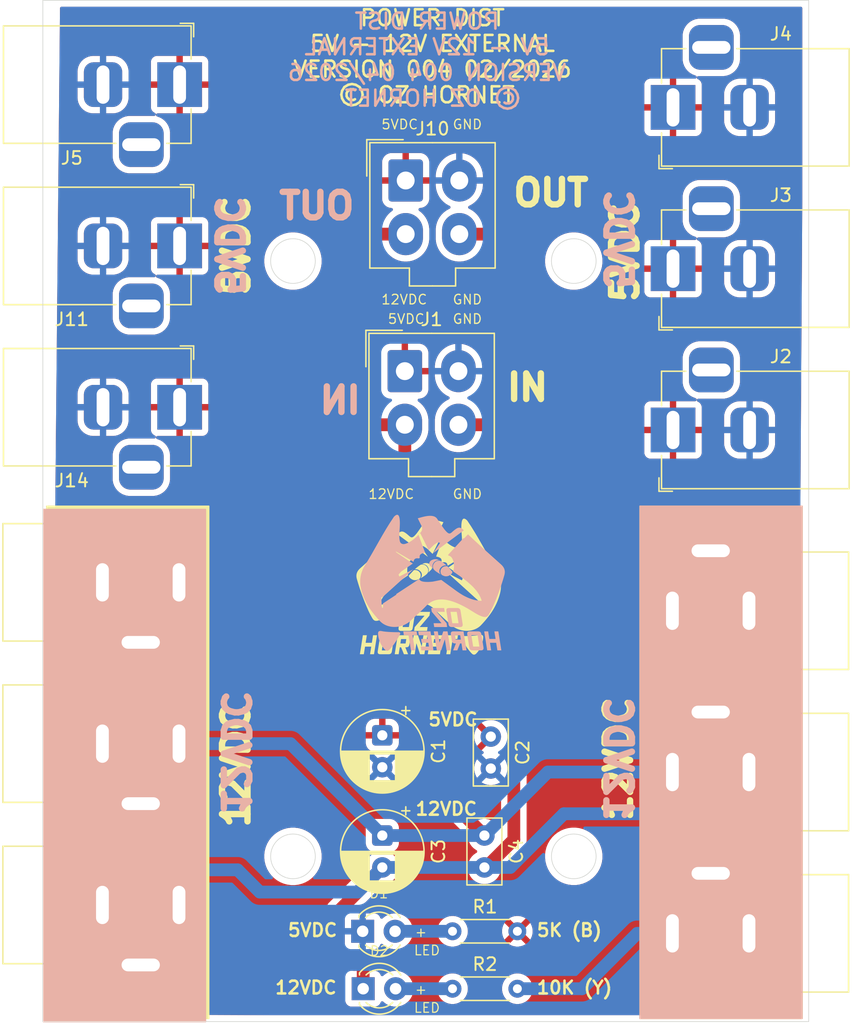
<source format=kicad_pcb>
(kicad_pcb (version 20241229) (generator "pcbnew") (generator_version "9.0")
  (layers (0 "F.Cu" signal) (2 "B.Cu" signal) (13 "F.Paste" user) (15 "B.Paste" user) (5 "F.SilkS" user "F.Silkscreen") (7 "B.SilkS" user "B.Silkscreen") (1 "F.Mask" user) (3 "B.Mask" user) (25 "Edge.Cuts" user))
  (net 0 "")
  (net 1 "/5VDC")
  (net 2 "Net-(D1-A)")
  (net 3 "Net-(D2-A)")
  (net 4 "/12VDC")
  (net 5 "/12VGND")
  (net 6 "/5VGND")
  (footprint "Capacitor_THT:C_Disc_D5.0mm_W2.5mm_P2.50mm" (layer "F.Cu") (at 95 102 -90)
    (property "Reference" "C4")
    (property "Value" "C")
  )
  (footprint "Connector_Molex:Aliexpress_Mini-Fit_Jr_5566-04A_2x02_P4.20mm_Vertical" (layer "F.Cu") (at 88.832 50.09)
    (property "Reference" "J10")
    (property "Value" "Mini-Fit Jr. 2x02")
  )
  (footprint "Connector_BarrelJack:BarrelJack_Horizontal" (layer "F.Cu") (at 71.12 55.815)
    (property "Reference" "J11")
    (property "Value" "Conn_01x02_Socket")
  )
  (footprint "Connector_BarrelJack:BarrelJack_Horizontal" (layer "F.Cu") (at 109.776 57.597 180)
    (property "Reference" "J3")
    (property "Value" "Conn_01x02_Socket")
  )
  (footprint "Connector_BarrelJack:BarrelJack_Horizontal" (layer "F.Cu") (at 109.776 44.962 180)
    (property "Reference" "J4")
    (property "Value" "Conn_01x02_Socket")
  )
  (footprint "Capacitor_THT:CP_Radial_D6.3mm_P2.50mm" (layer "F.Cu") (at 87 94.15 -90)
    (property "Reference" "C1")
    (property "Value" "C_Polarized")
  )
  (footprint "Connector_BarrelJack:BarrelJack_Horizontal" (layer "F.Cu") (at 109.776 70.232 180)
    (property "Reference" "J2")
    (property "Value" "Conn_01x02_Socket")
  )
  (footprint "Resistor_THT:R_Axial_DIN0204_L3.6mm_D1.6mm_P5.08mm_Horizontal" (layer "F.Cu") (at 92.5 114)
    (property "Reference" "R2")
    (property "Value" "R")
  )
  (footprint "Capacitor_THT:CP_Radial_D6.3mm_P2.50mm" (layer "F.Cu") (at 87 102 -90)
    (property "Reference" "C3")
    (property "Value" "C_Polarized")
  )
  (footprint "Connector_BarrelJack:BarrelJack_Horizontal" (layer "F.Cu") (at 71.072 107.438)
    (property "Reference" "J8")
    (property "Value" "Conn_01x02_Socket")
  )
  (footprint "Connector_BarrelJack:BarrelJack_Horizontal" (layer "F.Cu") (at 109.728 84.393 180)
    (property "Reference" "J13")
    (property "Value" "Conn_01x02_Socket")
  )
  (footprint "Connector_BarrelJack:BarrelJack_Horizontal" (layer "F.Cu") (at 71.072 82.168)
    (property "Reference" "J6")
    (property "Value" "Conn_01x02_Socket")
  )
  (footprint "Resistor_THT:R_Axial_DIN0204_L3.6mm_D1.6mm_P5.08mm_Horizontal" (layer "F.Cu") (at 92.5 109.5)
    (property "Reference" "R1")
    (property "Value" "R")
  )
  (footprint "Connector_BarrelJack:BarrelJack_Horizontal" (layer "F.Cu") (at 109.728 109.663 180)
    (property "Reference" "J9")
    (property "Value" "Conn_01x02_Socket")
  )
  (footprint "Capacitor_THT:C_Disc_D5.0mm_W2.5mm_P2.50mm" (layer "F.Cu") (at 95.5 94.25 -90)
    (property "Reference" "C2")
    (property "Value" "C")
  )
  (footprint "Connector_BarrelJack:BarrelJack_Horizontal" (layer "F.Cu") (at 71.072 94.803)
    (property "Reference" "J7")
    (property "Value" "Conn_01x02_Socket")
  )
  (footprint "Connector_BarrelJack:BarrelJack_Horizontal" (layer "F.Cu") (at 109.728 97.028 180)
    (property "Reference" "J12")
    (property "Value" "Conn_01x02_Socket")
  )
  (footprint "Connector_BarrelJack:BarrelJack_Horizontal" (layer "F.Cu") (at 71.12 43.18)
    (property "Reference" "J5")
    (property "Value" "Conn_01x02_Socket")
  )
  (footprint "LED_THT:LED_D3.0mm" (layer "F.Cu") (at 85.46 109.5)
    (property "Reference" "D1")
    (property "Value" "LED")
  )
  (footprint "LED_THT:LED_D3.0mm" (layer "F.Cu") (at 85.5 114)
    (property "Reference" "D2")
    (property "Value" "LED")
  )
  (footprint "Connector_BarrelJack:BarrelJack_Horizontal" (layer "F.Cu") (at 71.12 68.45)
    (property "Reference" "J14")
    (property "Value" "Conn_01x02_Socket")
  )
  (footprint "Connector_Molex:Aliexpress_Mini-Fit_Jr_5566-04A_2x02_P4.20mm_Vertical" (layer "F.Cu") (at 88.764 65.024)
    (property "Reference" "J1")
    (property "Value" "Mini-Fit Jr. 2x02")
  )
  (gr_rect (start 60.706 76.2) (end 73.406 116.332) (stroke (width 0.1)) (fill yes) (layer "F.SilkS"))
  (gr_poly (pts (xy 89.580875 81.20273) (xy 89.59995 81.20564) (xy 89.638104 81.211357) (xy 89.657077 81.214518) (xy 89.67591 81.218116) (xy 89.694552 81.222328) (xy 89.703784 81.22472) (xy 89.712948 81.227331) (xy 89.712947 81.227331) (xy 89.736415 81.2352) (xy 89.75926 81.244479) (xy 89.781433 81.255108) (xy 89.802885 81.267028) (xy 89.823567 81.28018) (xy 89.843429 81.294503) (xy 89.862423 81.309938) (xy 89.880499 81.326426) (xy 89.897608 81.343907) (xy 89.9137 81.362321) (xy 89.928727 81.381609) (xy 89.94264 81.401711) (xy 89.955389 81.422568) (xy 89.966926 81.44412) (xy 89.9772 81.466307) (xy 89.986163 81.48907) (xy 89.993765 81.51235) (xy 89.999958 81.536086) (xy 90.004693 81.560219) (xy 90.007919 81.584689) (xy 90.009588 81.609438) (xy 90.009651 81.634404) (xy 90.008059 81.65953) (xy 90.004762 81.684754) (xy 89.999711 81.710019) (xy 89.992858 81.735263) (xy 89.984152 81.760427) (xy 89.973545 81.785452) (xy 89.960987 81.810278) (xy 89.94643 81.834846) (xy 89.929824 81.859096) (xy 89.91112 81.882969) (xy 89.909905 81.884403) (xy 89.908643 81.885828) (xy 89.907336 81.887238) (xy 89.905986 81.888628) (xy 89.904596 81.889996) (xy 89.903167 81.891336) (xy 89.901704 81.892644) (xy 89.900206 81.893916) (xy 89.898678 81.895147) (xy 89.897121 81.896335) (xy 89.895538 81.897473) (xy 89.893931 81.898558) (xy 89.892302 81.899586) (xy 89.890653 81.900553) (xy 89.888988 81.901453) (xy 89.887308 81.902283) (xy 89.854793 81.917563) (xy 89.822253 81.932644) (xy 89.789565 81.947229) (xy 89.773126 81.954243) (xy 89.756604 81.961021) (xy 89.744614 81.965672) (xy 89.732557 81.97) (xy 89.720434 81.974006) (xy 89.708247 81.97769) (xy 89.695996 81.981051) (xy 89.683683 81.984089) (xy 89.671308 81.986805) (xy 89.658873 81.989199) (xy 89.64638 81.99127) (xy 89.633828 81.993019) (xy 89.62122 81.994445) (xy 89.608557 81.995549) (xy 89.595839 81.99633) (xy 89.583069 81.996789) (xy 89.570246 81.996926) (xy 89.557372 81.99674) (xy 89.529607 81.995275) (xy 89.502454 81.992399) (xy 89.475895 81.988161) (xy 89.44991 81.982605) (xy 89.424481 81.97578) (xy 89.399587 81.967732) (xy 89.375209 81.958508) (xy 89.351328 81.948156) (xy 89.327925 81.936721) (xy 89.304979 81.924251) (xy 89.282473 81.910792) (xy 89.260386 81.896392) (xy 89.238699 81.881098) (xy 89.217392 81.864956) (xy 89.196447 81.848014) (xy 89.175843 81.830317) (xy 89.166576 81.821876) (xy 89.157639 81.813214) (xy 89.149054 81.804323) (xy 89.14084 81.795193) (xy 89.133018 81.785816) (xy 89.125609 81.776181) (xy 89.118634 81.766279) (xy 89.112112 81.756101) (xy 89.106065 81.745638) (xy 89.100512 81.734881) (xy 89.095475 81.72382) (xy 89.090974 81.712445) (xy 89.08703 81.700748) (xy 89.083662 81.688719) (xy 89.080893 81.676349) (xy 89.078741 81.663629) (xy 89.078395 81.660543) (xy 89.078157 81.657534) (xy 89.078036 81.654595) (xy 89.078039 81.651723) (xy 89.078175 81.648913) (xy 89.078453 81.646161) (xy 89.078882 81.643461) (xy 89.079469 81.640809) (xy 89.080224 81.638201) (xy 89.081155 81.635631) (xy 89.08227 81.633096) (xy 89.083578 81.63059) (xy 89.085088 81.628108) (xy 89.086808 81.625647) (xy 89.088747 81.623202) (xy 89.090912 81.620767) (xy 89.256475 81.442967) (xy 89.338711 81.35362) (xy 89.420054 81.263579) (xy 89.427452 81.255607) (xy 89.43497 81.248169) (xy 89.442626 81.241281) (xy 89.450436 81.234955) (xy 89.458414 81.229205) (xy 89.466577 81.224047) (xy 89.474941 81.219493) (xy 89.483521 81.215557) (xy 89.492334 81.212254) (xy 89.501395 81.209598) (xy 89.510721 81.207602) (xy 89.520327 81.20628) (xy 89.530229 81.205647) (xy 89.540443 81.205716) (xy 89.550985 81.206501) (xy 89.561871 81.208017) (xy 89.561871 81.19955)) (stroke (width -0.000001)) (fill yes) (layer "F.SilkS"))
  (gr_poly (pts (xy 90.0831 87.187071) (xy 90.222535 86.310241) (xy 90.533421 86.310241) (xy 90.298206 87.799581) (xy 89.957158 87.799581) (xy 89.668233 86.934659) (xy 89.532502 87.799581) (xy 89.221616 87.799581) (xy 89.456831 86.310241) (xy 89.792058 86.310241)) (stroke (width -0.000001)) (fill yes) (layer "F.SilkS"))
  (gr_poly (pts (xy 93.451826 77.183955) (xy 93.49636 77.202954) (xy 93.545416 77.23383) (xy 93.599191 77.277277) (xy 93.657884 77.333989) (xy 93.966257 77.798478) (xy 94.260543 78.272271) (xy 94.544616 78.752818) (xy 94.822349 79.237566) (xy 95.374282 80.20946) (xy 95.656228 80.691501) (xy 95.947324 81.167536) (xy 95.946796 81.16648) (xy 96.015806 81.287477) (xy 96.077062 81.408984) (xy 96.130678 81.531021) (xy 96.176768 81.653606) (xy 96.215449 81.776761) (xy 96.246833 81.900504) (xy 96.271037 82.024856) (xy 96.288174 82.149836) (xy 96.29836 82.275465) (xy 96.301709 82.401761) (xy 96.298337 82.528744) (xy 96.288356 82.656435) (xy 96.271883 82.784853) (xy 96.249032 82.914018) (xy 96.219918 83.043949) (xy 96.184656 83.174667) (xy 96.130653 83.347509) (xy 96.071314 83.51505) (xy 96.00675 83.677664) (xy 95.937076 83.835724) (xy 95.862406 83.989602) (xy 95.782853 84.139673) (xy 95.69853 84.286308) (xy 95.609551 84.429883) (xy 95.51603 84.570769) (xy 95.41808 84.70934) (xy 95.315815 84.84597) (xy 95.209348 84.981031) (xy 95.098793 85.114896) (xy 94.984264 85.24794) (xy 94.865873 85.380535) (xy 94.743736 85.513054) (xy 94.658287 85.596105) (xy 94.565331 85.67097) (xy 94.465577 85.737565) (xy 94.359735 85.795803) (xy 94.248512 85.845598) (xy 94.13262 85.886864) (xy 94.012766 85.919515) (xy 93.889661 85.943465) (xy 93.764013 85.958628) (xy 93.636532 85.964918) (xy 93.507927 85.962249) (xy 93.378908 85.950534) (xy 93.250182 85.929689) (xy 93.122461 85.899626) (xy 92.996453 85.86026) (xy 92.872867 85.811504) (xy 92.836487 85.795193) (xy 92.800212 85.778117) (xy 92.764093 85.760282) (xy 92.728186 85.7417) (xy 92.692543 85.722378) (xy 92.65722 85.702325) (xy 92.62227 85.681551) (xy 92.587746 85.660063) (xy 92.553703 85.637872) (xy 92.520194 85.614987) (xy 92.487274 85.591415) (xy 92.454996 85.567166) (xy 92.423414 85.542249) (xy 92.392581 85.516672) (xy 92.362553 85.490445) (xy 92.333383 85.463577) (xy 92.181325 85.319443) (xy 92.032068 85.180254) (xy 91.739161 84.90911) (xy 91.594118 84.773354) (xy 91.449083 84.63494) (xy 91.30336 84.491968) (xy 91.156251 84.342538) (xy 91.067741 84.250999) (xy 90.976311 84.169141) (xy 90.882144 84.096635) (xy 90.785424 84.03315) (xy 90.686332 83.978357) (xy 90.585053 83.931925) (xy 90.481768 83.893524) (xy 90.376661 83.862824) (xy 90.269913 83.839494) (xy 90.161709 83.823206) (xy 90.05223 83.813628) (xy 89.94166 83.810431) (xy 89.830182 83.813284) (xy 89.717977 83.821857) (xy 89.605229 83.835821) (xy 89.492121 83.854845) (xy 89.265556 83.906752) (xy 89.039742 83.974938) (xy 88.816144 84.056761) (xy 88.596222 84.149582) (xy 88.381439 84.250759) (xy 88.173258 84.357651) (xy 87.97314 84.467618) (xy 87.782549 84.578017) (xy 87.25249 84.902495) (xy 87.117161 84.978662) (xy 87.048459 85.014456) (xy 86.978915 85.048351) (xy 86.908417 85.080064) (xy 86.836855 85.109315) (xy 86.764114 85.135823) (xy 86.690085 85.159306) (xy 86.6475 85.170043) (xy 86.627129 85.17441) (xy 86.607347 85.178096) (xy 86.588133 85.181092) (xy 86.569467 85.183388) (xy 86.551329 85.184977) (xy 86.5337 85.185847) (xy 86.516558 85.185991) (xy 86.499886 85.185398) (xy 86.483662 85.184059) (xy 86.467866 85.181965) (xy 86.452479 85.179107) (xy 86.43748 85.175476) (xy 86.42285 85.171061) (xy 86.408568 85.165855) (xy 86.394615 85.159846) (xy 86.380971 85.153027) (xy 86.367616 85.145388) (xy 86.354529 85.13692) (xy 86.341691 85.127613) (xy 86.329082 85.117458) (xy 86.316682 85.106445) (xy 86.304471 85.094566) (xy 86.292429 85.081811) (xy 86.280536 85.068171) (xy 86.268772 85.053636) (xy 86.257117 85.038197) (xy 86.245551 85.021845) (xy 86.234055 85.004571) (xy 86.222607 84.986365) (xy 86.211189 84.967219) (xy 86.168489 84.892842) (xy 86.126564 84.817944) (xy 86.085494 84.742525) (xy 86.045361 84.666586) (xy 86.006245 84.590125) (xy 85.968227 84.513144) (xy 85.931387 84.435642) (xy 85.895806 84.357618) (xy 85.76568 84.058969) (xy 85.641012 83.758333) (xy 85.521801 83.455706) (xy 85.408046 83.151085) (xy 85.299749 82.844468) (xy 85.196909 82.53585) (xy 85.099526 82.22523) (xy 85.007599 81.912603) (xy 84.99149 81.849013) (xy 84.985115 81.817846) (xy 84.979855 81.787087) (xy 84.975706 81.75673) (xy 84.972665 81.726767) (xy 84.970728 81.69719) (xy 84.969892 81.667992) (xy 84.970153 81.639166) (xy 84.971508 81.610704) (xy 84.973953 81.582599) (xy 84.977485 81.554844) (xy 84.9821 81.52743) (xy 84.987794 81.500352) (xy 84.994564 81.4736) (xy 85.002407 81.447168) (xy 85.011319 81.421049) (xy 85.021296 81.395235) (xy 85.032335 81.369718) (xy 85.044432 81.344491) (xy 85.057584 81.319547) (xy 85.071787 81.294878) (xy 85.087038 81.270478) (xy 85.103333 81.246337) (xy 85.139042 81.198809) (xy 85.178885 81.152233) (xy 85.222833 81.106551) (xy 85.27086 81.061704) (xy 86.571551 79.894891) (xy 87.216713 79.305829) (xy 87.536544 79.008322) (xy 87.853987 78.708235) (xy 87.924333 78.780631) (xy 87.99448 78.853226) (xy 88.027562 78.887858) (xy 88.060494 78.922713) (xy 88.093228 78.957815) (xy 88.125714 78.993191) (xy 88.128502 78.996126) (xy 88.131318 78.998877) (xy 88.134168 79.001436) (xy 88.137062 79.003799) (xy 88.140007 79.005961) (xy 88.14301 79.007916) (xy 88.146082 79.009658) (xy 88.149229 79.011183) (xy 88.152459 79.012484) (xy 88.155782 79.013557) (xy 88.159204 79.014395) (xy 88.162735 79.014994) (xy 88.166382 79.015348) (xy 88.170153 79.015452) (xy 88.174057 79.0153) (xy 88.178101 79.014887) (xy 88.182639 79.014361) (xy 88.187033 79.014077) (xy 88.191292 79.01404) (xy 88.195427 79.014259) (xy 88.19945 79.014737) (xy 88.203369 79.015482) (xy 88.207197 79.0165) (xy 88.210943 79.017797) (xy 88.214617 79.01938) (xy 88.21823 79.021253) (xy 88.221794 79.023425) (xy 88.225317 79.0259) (xy 88.228811 79.028686) (xy 88.232285 79.031787) (xy 88.235752 79.035211) (xy 88.23922 79.038964) (xy 88.266149 79.069174) (xy 88.293323 79.09912) (xy 88.348195 79.158457) (xy 88.45856 79.27656) (xy 88.550734 79.376606) (xy 88.64271 79.476849) (xy 88.831358 79.681902) (xy 89.018153 79.885102) (xy 89.25813 80.145716) (xy 89.338365 80.234087) (xy 89.418997 80.323251) (xy 89.412081 80.334973) (xy 89.408581 80.340581) (xy 89.404995 80.345985) (xy 89.40128 80.351158) (xy 89.397394 80.356073) (xy 89.393293 80.360703) (xy 89.388934 80.365022) (xy 89.384274 80.369004) (xy 89.381818 80.370859) (xy 89.379271 80.37262) (xy 89.376627 80.374284) (xy 89.373881 80.375846) (xy 89.371027 80.377303) (xy 89.368061 80.378653) (xy 89.364976 80.379891) (xy 89.361768 80.381015) (xy 89.358431 80.382021) (xy 89.354959 80.382905) (xy 89.351348 80.383665) (xy 89.347592 80.384297) (xy 89.343685 80.384798) (xy 89.339622 80.385164) (xy 89.334312 80.385748) (xy 89.328999 80.386688) (xy 89.323689 80.387956) (xy 89.318385 80.389521) (xy 89.313092 80.391357) (xy 89.307815 80.393433) (xy 89.302556 80.395722) (xy 89.297322 80.398195) (xy 89.292115 80.400822) (xy 89.28694 80.403576) (xy 89.276705 80.409349) (xy 89.256807 80.421147) (xy 89.236962 80.433686) (xy 89.218173 80.447066) (xy 89.200393 80.461248) (xy 89.183576 80.476193) (xy 89.167673 80.491862) (xy 89.152637 80.508216) (xy 89.138421 80.525216) (xy 89.124979 80.542823) (xy 89.112262 80.560996) (xy 89.100223 80.579698) (xy 89.088815 80.598889) (xy 89.07799 80.618531) (xy 89.067702 80.638583) (xy 89.057904 80.659006) (xy 89.048547 80.679762) (xy 89.039584 80.700812) (xy 89.027066 80.732953) (xy 89.015834 80.765453) (xy 89.005786 80.798276) (xy 88.996821 80.831384) (xy 88.988835 80.86474) (xy 88.981727 80.898307) (xy 88.975394 80.932048) (xy 88.969734 80.965925) (xy 88.966952 80.98512) (xy 88.964691 81.004397) (xy 88.962851 81.023735) (xy 88.961334 81.043117) (xy 88.956505 81.120706) (xy 88.954699 81.149124) (xy 88.953165 81.177592) (xy 88.952648 81.191828) (xy 88.952375 81.206059) (xy 88.952407 81.220277) (xy 88.952801 81.234477) (xy 88.954974 81.27661) (xy 88.957936 81.318631) (xy 88.962001 81.360478) (xy 88.967485 81.40209) (xy 88.970859 81.422789) (xy 88.974707 81.443405) (xy 88.979067 81.463931) (xy 88.983981 81.484359) (xy 88.989486 81.504682) (xy 88.995623 81.524892) (xy 89.002432 81.544981) (xy 89.009951 81.564942) (xy 89.012019 81.569773) (xy 89.014242 81.57457) (xy 89.016602 81.579373) (xy 89.019079 81.584223) (xy 89.024313 81.594223) (xy 89.027032 81.599454) (xy 89.029795 81.604893) (xy 88.973009 81.644911) (xy 88.91523 81.685327) (xy 88.687358 81.844176) (xy 88.459882 82.00362) (xy 88.302588 82.115671) (xy 88.224436 82.172466) (xy 88.14688 82.230103) (xy 88.082062 82.279531) (xy 88.017863 82.329851) (xy 87.954408 82.381164) (xy 87.922999 82.407224) (xy 87.891822 82.433568) (xy 87.81568 82.499441) (xy 87.740282 82.566257) (xy 87.590726 82.701327) (xy 87.554193 82.735081) (xy 87.536093 82.752146) (xy 87.518131 82.769357) (xy 87.500331 82.786729) (xy 87.482714 82.804278) (xy 87.465302 82.822019) (xy 87.448116 82.839968) (xy 87.392528 82.899505) (xy 87.337979 82.95992) (xy 87.284614 83.02132) (xy 87.23258 83.083815) (xy 87.182021 83.147513) (xy 87.133084 83.212522) (xy 87.085914 83.278952) (xy 87.040658 83.34691) (xy 87.00421 83.405358) (xy 86.969543 83.464649) (xy 86.936748 83.524834) (xy 86.905919 83.585961) (xy 86.877148 83.64808) (xy 86.85053 83.711241) (xy 86.826156 83.775494) (xy 86.80412 83.840887) (xy 86.801521 83.84934) (xy 86.799052 83.857858) (xy 86.794331 83.87525) (xy 86.784541 83.912589) (xy 86.82866 83.912953) (xy 86.849505 83.912924) (xy 86.859775 83.912716) (xy 86.870002 83.912325) (xy 86.89381 83.910936) (xy 86.917593 83.90915) (xy 86.941327 83.906967) (xy 86.964987 83.904387) (xy 87.076178 83.892216) (xy 87.131674 83.885486) (xy 87.159354 83.881743) (xy 87.186972 83.877665) (xy 87.24452 83.868038) (xy 87.301677 83.856858) (xy 87.35845 83.844183) (xy 87.414845 83.830073) (xy 87.470867 83.814586) (xy 87.526524 83.797781) (xy 87.581821 83.779718) (xy 87.636764 83.760454) (xy 87.710603 83.732991) (xy 87.747357 83.718722) (xy 87.783971 83.704065) (xy 87.820424 83.688999) (xy 87.856695 83.673502) (xy 87.89276 83.657552) (xy 87.928599 83.641128) (xy 88.014002 83.600666) (xy 88.056526 83.579917) (xy 88.098858 83.558742) (xy 88.140943 83.537084) (xy 88.182723 83.514884) (xy 88.224144 83.492081) (xy 88.265149 83.468619) (xy 88.314886 83.439245) (xy 88.364293 83.409298) (xy 88.413391 83.378824) (xy 88.462198 83.34787) (xy 88.55901 83.284704) (xy 88.65488 83.220175) (xy 88.702792 83.18703) (xy 88.750337 83.153355) (xy 88.844653 83.084874) (xy 89.032441 82.946596) (xy 89.362906 82.70609) (xy 89.667706 82.483046) (xy 89.800229 82.38601) (xy 89.932553 82.288577) (xy 89.934824 82.287) (xy 89.937075 82.285636) (xy 89.939312 82.284474) (xy 89.941541 82.283504) (xy 89.943766 82.282716) (xy 89.945994 82.282098) (xy 89.94823 82.281641) (xy 89.950479 82.281334) (xy 89.952746 82.281166) (xy 89.955038 82.281128) (xy 89.957359 82.281208) (xy 89.959714 82.281396) (xy 89.962111 82.281682) (xy 89.964552 82.282055) (xy 89.967045 82.282505) (xy 89.969595 82.283021) (xy 90.272179 82.344735) (xy 90.574962 82.405258) (xy 90.591777 82.408416) (xy 90.608675 82.411178) (xy 90.625642 82.413592) (xy 90.642662 82.415709) (xy 90.659719 82.417578) (xy 90.676797 82.419248) (xy 90.710957 82.422191) (xy 90.775255 82.427173) (xy 90.839578 82.431683) (xy 90.90395 82.435548) (xy 90.968397 82.438595) (xy 90.987061 82.439056) (xy 91.005744 82.439104) (xy 91.02444 82.438823) (xy 91.043142 82.438298) (xy 91.117886 82.43542) (xy 91.170142 82.433965) (xy 91.183236 82.433462) (xy 91.196319 82.432816) (xy 91.209376 82.431984) (xy 91.222397 82.430922) (xy 91.264687 82.426713) (xy 91.306774 82.421608) (xy 91.348575 82.415281) (xy 91.369343 82.411558) (xy 91.39001 82.407408) (xy 91.410565 82.402789) (xy 91.430999 82.397661) (xy 91.4513 82.391984) (xy 91.47146 82.385716) (xy 91.491468 82.378817) (xy 91.511314 82.371247) (xy 91.530988 82.362965) (xy 91.55048 82.353929) (xy 91.552312 82.353011) (xy 91.554136 82.352046) (xy 91.555948 82.351035) (xy 91.557748 82.349981) (xy 91.559532 82.348884) (xy 91.561298 82.347748) (xy 91.563044 82.346573) (xy 91.564768 82.345363) (xy 91.566466 82.344118) (xy 91.568138 82.342841) (xy 91.56978 82.341535) (xy 91.57139 82.340199) (xy 91.572967 82.338838) (xy 91.574506 82.337452) (xy 91.576007 82.336043) (xy 91.577467 82.334614) (xy 91.603806 82.308722) (xy 91.63002 82.282657) (xy 91.656086 82.256442) (xy 91.681978 82.230104) (xy 91.68349 82.22858) (xy 91.684959 82.227188) (xy 91.686396 82.225938) (xy 91.687815 82.224837) (xy 91.689228 82.223894) (xy 91.689936 82.223485) (xy 91.690647 82.223118) (xy 91.691363 82.222795) (xy 91.692085 82.222517) (xy 91.692814 82.222285) (xy 91.693553 82.2221) (xy 91.694303 82.221963) (xy 91.695065 82.221875) (xy 91.695841 82.221838) (xy 91.696633 82.221851) (xy 91.697442 82.221917) (xy 91.698269 82.222036) (xy 91.699117 82.22221) (xy 91.699986 82.222439) (xy 91.700878 82.222725) (xy 91.701795 82.223069) (xy 91.702739 82.223471) (xy 91.703711 82.223933) (xy 91.704711 82.224456) (xy 91.705743 82.22504) (xy 91.706808 82.225688) (xy 91.707906 82.2264) (xy 92.122244 82.498921) (xy 92.611195 82.819595) (xy 92.971822 83.056397) (xy 93.347794 83.302195) (xy 93.401703 83.337782) (xy 93.428757 83.355401) (xy 93.442352 83.364059) (xy 93.456009 83.372574) (xy 93.45924 83.374623) (xy 93.462274 83.376708) (xy 93.465095 83.378842) (xy 93.467684 83.381037) (xy 93.470025 83.383305) (xy 93.471098 83.38447) (xy 93.472101 83.385657) (xy 93.473035 83.386869) (xy 93.473895 83.388107) (xy 93.474681 83.389372) (xy 93.47539 83.390665) (xy 93.47602 83.391989) (xy 93.476569 83.393345) (xy 93.477034 83.394734) (xy 93.477414 83.396157) (xy 93.477706 83.397617) (xy 93.477909 83.399114) (xy 93.478019 83.400651) (xy 93.478036 83.402228) (xy 93.477957 83.403848) (xy 93.477779 83.405512) (xy 93.477501 83.40722) (xy 93.47712 83.408976) (xy 93.476635 83.41078) (xy 93.476043 83.412633) (xy 93.475342 83.414538) (xy 93.47453 83.416495) (xy 93.473949 83.417888) (xy 93.473446 83.419241) (xy 93.473019 83.420555) (xy 93.472667 83.42183) (xy 93.472389 83.42307) (xy 93.472182 83.424274) (xy 93.472046 83.425444) (xy 93.471979 83.426582) (xy 93.47198 83.42769) (xy 93.472048 83.428767) (xy 93.47218 83.429816) (xy 93.472377 83.430838) (xy 93.472635 83.431835) (xy 93.472954 83.432808) (xy 93.473333 83.433757) (xy 93.473769 83.434685) (xy 93.474262 83.435593) (xy 93.474811 83.436482) (xy 93.475413 83.437354) (xy 93.476067 83.43821) (xy 93.476773 83.43905) (xy 93.477528 83.439878) (xy 93.478331 83.440693) (xy 93.479181 83.441498) (xy 93.481015 83.443081) (xy 93.48302 83.444638) (xy 93.485184 83.446179) (xy 93.487495 83.447716) (xy 94.021159 83.79776) (xy 94.361149 84.021332) (xy 94.395297 84.044281) (xy 94.429346 84.067403) (xy 94.446457 84.078804) (xy 94.463692 84.089979) (xy 94.481101 84.100838) (xy 94.498733 84.11129) (xy 94.500926 84.11259) (xy 94.502994 84.113911) (xy 94.50494 84.115252) (xy 94.506767 84.116614) (xy 94.508478 84.117998) (xy 94.510077 84.119403) (xy 94.511566 84.12083) (xy 94.51295 84.122279) (xy 94.514231 84.123751) (xy 94.515412 84.125245) (xy 94.516497 84.126763) (xy 94.51749 84.128304) (xy 94.518392 84.129868) (xy 94.519208 84.131457) (xy 94.519941 84.133069) (xy 94.520594 84.134707) (xy 94.521672 84.138056) (xy 94.52247 84.141506) (xy 94.523013 84.145061) (xy 94.523326 84.148721) (xy 94.523437 84.15249) (xy 94.52337 84.15637) (xy 94.523153 84.160363) (xy 94.52281 84.164472) (xy 94.521839 84.174096) (xy 94.520751 84.18372) (xy 94.518444 84.202969) (xy 94.517337 84.212593) (xy 94.516336 84.222218) (xy 94.515496 84.231842) (xy 94.514873 84.241466) (xy 94.512992 84.27449) (xy 94.511334 84.307612) (xy 94.510782 84.324179) (xy 94.510519 84.340734) (xy 94.510622 84.357265) (xy 94.511168 84.373758) (xy 94.511443 84.378581) (xy 94.511867 84.383424) (xy 94.512433 84.388281) (xy 94.513136 84.393147) (xy 94.513969 84.398015) (xy 94.514926 84.402882) (xy 94.516001 84.40774) (xy 94.517187 84.412585) (xy 94.518479 84.417412) (xy 94.51987 84.422215) (xy 94.522925 84.431727) (xy 94.526303 84.441077) (xy 94.529953 84.450223) (xy 94.531192 84.453036) (xy 94.532477 84.455673) (xy 94.533805 84.458133) (xy 94.535174 84.460416) (xy 94.536582 84.462522) (xy 94.538025 84.464451) (xy 94.539503 84.466202) (xy 94.541012 84.467776) (xy 94.54255 84.469173) (xy 94.544115 84.470392) (xy 94.545704 84.471433) (xy 94.547315 84.472296) (xy 94.548946 84.472981) (xy 94.550593 84.473489) (xy 94.552256 84.473818) (xy 94.553931 84.473969) (xy 94.555616 84.473942) (xy 94.557309 84.473737) (xy 94.559007 84.473353) (xy 94.560709 84.47279) (xy 94.56241 84.472049) (xy 94.56411 84.471129) (xy 94.565806 84.47003) (xy 94.567495 84.468752) (xy 94.569176 84.467295) (xy 94.570845 84.465659) (xy 94.5725 84.463844) (xy 94.574139 84.461849) (xy 94.57576 84.459675) (xy 94.57736 84.457321) (xy 94.578937 84.454788) (xy 94.580489 84.452075) (xy 94.58287 84.447623) (xy 94.585155 84.443103) (xy 94.587344 84.438519) (xy 94.58944 84.433876) (xy 94.593358 84.424439) (xy 94.596927 84.414834) (xy 94.60016 84.405106) (xy 94.603074 84.395297) (xy 94.605684 84.38545) (xy 94.608006 84.37561) (xy 94.610085 84.365133) (xy 94.611793 84.354551) (xy 94.613178 84.343882) (xy 94.61429 84.333145) (xy 94.615179 84.322358) (xy 94.615894 84.31154) (xy 94.617001 84.289885) (xy 94.625733 84.0806) (xy 94.631388 83.962728) (xy 94.637639 83.844856) (xy 94.640393 83.800447) (xy 94.643394 83.756088) (xy 94.649545 83.66732) (xy 94.649592 83.665665) (xy 94.649535 83.664027) (xy 94.649377 83.662406) (xy 94.649119 83.660804) (xy 94.648762 83.659224) (xy 94.648309 83.657668) (xy 94.647762 83.656137) (xy 94.647123 83.654633) (xy 94.646392 83.653158) (xy 94.645573 83.651714) (xy 94.644667 83.650302) (xy 94.643676 83.648926) (xy 94.642601 83.647586) (xy 94.641445 83.646285) (xy 94.640209 83.645024) (xy 94.638896 83.643805) (xy 94.636043 83.641503) (xy 94.6329 83.639392) (xy 94.629484 83.637488) (xy 94.625807 83.635806) (xy 94.621886 83.634361) (xy 94.617735 83.633169) (xy 94.613368 83.632244) (xy 94.6088 83.631601) (xy 94.605956 83.631255) (xy 94.60302 83.630862) (xy 94.600047 83.630499) (xy 94.598563 83.630354) (xy 94.597092 83.630245) (xy 94.595639 83.630183) (xy 94.594211 83.630178) (xy 94.592816 83.630238) (xy 94.591461 83.630373) (xy 94.590152 83.630594) (xy 94.588897 83.63091) (xy 94.588291 83.631107) (xy 94.587702 83.631331) (xy 94.58713 83.631583) (xy 94.586575 83.631865) (xy 94.584298 83.632993) (xy 94.582082 83.633948) (xy 94.579924 83.634738) (xy 94.577821 83.635369) (xy 94.575773 83.635847) (xy 94.573776 83.636179) (xy 94.571829 83.636371) (xy 94.56993 83.63643) (xy 94.568077 83.636361) (xy 94.566267 83.636171) (xy 94.564499 83.635868) (xy 94.562771 83.635456) (xy 94.56108 83.634943) (xy 94.559425 83.634334) (xy 94.557803 83.633637) (xy 94.556213 83.632858) (xy 94.554652 83.632002) (xy 94.553119 83.631077) (xy 94.550127 83.629044) (xy 94.54722 83.626809) (xy 94.544381 83.624424) (xy 94.533393 83.614403) (xy 94.380464 83.474439) (xy 94.189964 83.303783) (xy 94.049735 83.176253) (xy 93.841508 82.988399) (xy 93.699956 82.859282) (xy 93.497814 82.677249) (xy 93.399124 82.587026) (xy 93.194072 82.402082) (xy 93.146315 82.358326) (xy 93.122486 82.336486) (xy 93.098557 82.314769) (xy 92.891918 82.128503) (xy 92.756452 82.005736) (xy 92.546372 81.816294) (xy 92.477878 81.754217) (xy 92.409583 81.69194) (xy 92.159022 81.464398) (xy 92.158981 81.464339) (xy 92.158958 81.464261) (xy 92.15895 81.464164) (xy 92.158956 81.464047) (xy 92.158974 81.46391) (xy 92.159003 81.463752) (xy 92.159088 81.463373) (xy 92.159197 81.462907) (xy 92.159319 81.462352) (xy 92.159441 81.461703) (xy 92.159498 81.461343) (xy 92.159551 81.460959) (xy 93.232436 82.01288) (xy 93.245665 81.983246) (xy 93.268816 81.929205) (xy 93.280193 81.902061) (xy 93.291174 81.874767) (xy 93.291583 81.873468) (xy 93.291917 81.872062) (xy 93.292175 81.870568) (xy 93.292356 81.869004) (xy 93.29246 81.867387) (xy 93.292486 81.865735) (xy 93.292432 81.864066) (xy 93.292298 81.862398) (xy 93.292084 81.860748) (xy 93.291789 81.859135) (xy 93.291411 81.857576) (xy 93.290951 81.856089) (xy 93.290406 81.854692) (xy 93.289777 81.853403) (xy 93.289431 81.852805) (xy 93.289063 81.85224) (xy 93.288674 81.85171) (xy 93.288263 81.851219) (xy 93.12237 81.659396) (xy 93.11334 81.649293) (xy 93.103937 81.639689) (xy 93.094195 81.630538) (xy 93.08415 81.621792) (xy 93.073836 81.613407) (xy 93.06329 81.605335) (xy 93.052545 81.597529) (xy 93.041639 81.589943) (xy 93.019479 81.575246) (xy 92.997094 81.560872) (xy 92.974764 81.546448) (xy 92.952772 81.531603) (xy 92.690702 81.350132) (xy 92.427838 81.169653) (xy 92.180453 80.999526) (xy 92.18336 80.997159) (xy 92.186146 80.99483) (xy 92.191466 80.990332) (xy 92.194057 80.988188) (xy 92.196638 80.986131) (xy 92.199238 80.984174) (xy 92.200554 80.983236) (xy 92.201885 80.982328) (xy 92.601405 80.711924) (xy 93.024474 80.424851) (xy 93.230187 80.284556) (xy 93.333217 80.214706) (xy 93.436694 80.145451) (xy 93.440149 80.143074) (xy 93.443472 80.140611) (xy 93.449752 80.135441) (xy 93.455588 80.129979) (xy 93.461036 80.12426) (xy 93.466148 80.11832) (xy 93.47098 80.112197) (xy 93.475586 80.105927) (xy 93.480019 80.099546) (xy 93.497118 80.073642) (xy 93.501505 80.067253) (xy 93.506046 80.060972) (xy 93.510794 80.054835) (xy 93.515804 80.048878) (xy 93.5121 80.043851) (xy 92.118539 80.861678) (xy 92.112975 80.835278) (xy 92.107758 80.809621) (xy 92.105078 80.797057) (xy 92.102243 80.784659) (xy 92.099172 80.772424) (xy 92.095786 80.760343) (xy 92.08929 80.740938) (xy 92.081725 80.722706) (xy 92.073112 80.705641) (xy 92.063473 80.689736) (xy 92.052829 80.674986) (xy 92.041203 80.661386) (xy 92.028615 80.648929) (xy 92.015087 80.637609) (xy 92.000642 80.627421) (xy 91.985301 80.618359) (xy 91.969085 80.610417) (xy 91.952017 80.60359) (xy 91.934118 80.59787) (xy 91.91541 80.593254) (xy 91.895914 80.589734) (xy 91.875652 80.587305) (xy 91.865552 80.586528) (xy 91.855493 80.585976) (xy 91.835476 80.585499) (xy 91.815572 80.585784) (xy 91.795748 80.586743) (xy 91.775973 80.588285) (xy 91.756218 80.590319) (xy 91.736449 80.592757) (xy 91.716638 80.595508) (xy 91.714775 80.595689) (xy 91.712866 80.59574) (xy 91.710918 80.595669) (xy 91.70894 80.595483) (xy 91.70694 80.595188) (xy 91.704926 80.594791) (xy 91.702909 80.5943) (xy 91.700895 80.593722) (xy 91.698893 80.593062) (xy 91.696912 80.592329) (xy 91.694961 80.59153) (xy 91.693048 80.590671) (xy 91.691181 80.589759) (xy 91.68937 80.588801) (xy 91.687621 80.587804) (xy 91.685945 80.586776) (xy 91.683553 80.585127) (xy 91.681231 80.583365) (xy 91.678968 80.581508) (xy 91.676755 80.579575) (xy 91.674581 80.577582) (xy 91.672435 80.575549) (xy 91.668185 80.57143) (xy 91.663924 80.567361) (xy 91.661762 80.56539) (xy 91.659566 80.563485) (xy 91.657325 80.561663) (xy 91.655028 80.559943) (xy 91.652666 80.558342) (xy 91.650227 80.556878) (xy 91.648525 80.555926) (xy 91.646939 80.554953) (xy 91.645466 80.55396) (xy 91.644102 80.552947) (xy 91.642844 80.551913) (xy 91.641688 80.55086) (xy 91.640632 80.549786) (xy 91.639672 80.548693) (xy 91.638805 80.547579) (xy 91.638027 80.546445) (xy 91.637335 80.545291) (xy 91.636725 80.544116) (xy 91.636195 80.542922) (xy 91.635741 80.541707) (xy 91.635359 80.540472) (xy 91.635046 80.539217) (xy 91.6348 80.537942) (xy 91.634616 80.536647) (xy 91.634422 80.533996) (xy 91.634438 80.531264) (xy 91.634637 80.528452) (xy 91.634993 80.525559) (xy 91.635479 80.522586) (xy 91.636733 80.516397) (xy 91.638763 80.506726) (xy 91.640481 80.497064) (xy 91.641881 80.487412) (xy 91.642955 80.477772) (xy 91.643696 80.468146) (xy 91.644096 80.458535) (xy 91.644148 80.448943) (xy 91.643844 80.43937) (xy 91.643178 80.429819) (xy 91.642141 80.420292) (xy 91.640727 80.41079) (xy 91.638929 80.401316) (xy 91.636738 80.391871) (xy 91.634147 80.382457) (xy 91.631149 80.373077) (xy 91.627738 80.363732) (xy 91.623504 80.35361) (xy 91.61885 80.343872) (xy 91.613788 80.334505) (xy 91.608332 80.325496) (xy 91.602494 80.316833) (xy 91.596288 80.308503) (xy 91.589727 80.300493) (xy 91.582824 80.292791) (xy 91.575593 80.285383) (xy 91.568046 80.278257) (xy 91.560197 80.2714) (xy 91.552058 80.264799) (xy 91.543644 80.258441) (xy 91.534967 80.252314) (xy 91.52604 80.246405) (xy 91.516877 80.240701) (xy 91.500493 80.231241) (xy 91.483891 80.222478) (xy 91.467085 80.214373) (xy 91.450086 80.206884) (xy 91.432908 80.199972) (xy 91.415562 80.193597) (xy 91.398061 80.187718) (xy 91.380418 80.182294) (xy 91.362644 80.177286) (xy 91.344753 80.172654) (xy 91.308666 80.164352) (xy 91.272257 80.157068) (xy 91.235625 80.150478) (xy 91.233044 80.149958) (xy 91.230453 80.149395) (xy 91.225207 80.148163) (xy 91.214193 80.145451) (xy 91.734893 78.743953) (xy 91.851472 78.861773) (xy 91.912444 78.919915) (xy 91.975077 78.977097) (xy 92.039276 79.03298) (xy 92.104945 79.08723) (xy 92.171989 79.139508) (xy 92.240313 79.189478) (xy 92.309822 79.236804) (xy 92.38042 79.281148) (xy 92.452011 79.322173) (xy 92.524501 79.359544) (xy 92.597794 79.392922) (xy 92.671794 79.421971) (xy 92.746407 79.446355) (xy 92.821537 79.465737) (xy 92.839007 79.468107) (xy 92.856234 79.46986) (xy 92.873206 79.470996) (xy 92.88991 79.471513) (xy 92.906332 79.471413) (xy 92.922461 79.470695) (xy 92.938282 79.469358) (xy 92.953783 79.467403) (xy 92.968952 79.464828) (xy 92.983774 79.461634) (xy 92.998238 79.457821) (xy 93.01233 79.453388) (xy 93.026038 79.448336) (xy 93.039347 79.442663) (xy 93.052247 79.436369) (xy 93.064722 79.429455) (xy 93.076762 79.421921) (xy 93.088352 79.413765) (xy 93.09948 79.404987) (xy 93.110132 79.395588) (xy 93.120296 79.385567) (xy 93.12996 79.374925) (xy 93.139109 79.363659) (xy 93.147731 79.351771) (xy 93.155814 79.339261) (xy 93.163343 79.326127) (xy 93.170307 79.31237) (xy 93.176692 79.297989) (xy 93.182486 79.282985) (xy 93.187675 79.267356) (xy 93.192246 79.251103) (xy 93.196187 79.234226) (xy 93.209634 79.16388) (xy 93.220615 79.092686) (xy 93.229148 79.020867) (xy 93.235246 78.948641) (xy 93.238926 78.87623) (xy 93.240203 78.803852) (xy 93.239092 78.731729) (xy 93.23561 78.66008) (xy 93.205298 78.230827) (xy 93.192394 77.929725) (xy 93.192055 77.776964) (xy 93.197906 77.630124) (xy 93.211534 77.494749) (xy 93.22176 77.433095) (xy 93.234524 77.376386) (xy 93.250026 77.325317) (xy 93.268462 77.28058) (xy 93.290033 77.242868) (xy 93.314935 77.212876) (xy 93.343367 77.191295) (xy 93.375527 77.178819) (xy 93.411614 77.176142)) (stroke (width -0.000001)) (fill yes) (layer "F.SilkS"))
  (gr_poly (pts (xy 90.970711 77.265858) (xy 91.082503 77.279654) (xy 91.194517 77.298861) (xy 91.305304 77.322132) (xy 91.413417 77.348118) (xy 91.790192 77.452257) (xy 91.649466 77.740454) (xy 91.580232 77.880584) (xy 91.509734 78.01873) (xy 91.492503 78.054287) (xy 91.478013 78.089611) (xy 91.466257 78.124685) (xy 91.45723 78.159492) (xy 91.450926 78.194015) (xy 91.447337 78.228238) (xy 91.446459 78.262143) (xy 91.448284 78.295715) (xy 91.452807 78.328937) (xy 91.460021 78.361791) (xy 91.46992 78.394262) (xy 91.482498 78.426333) (xy 91.497749 78.457986) (xy 91.515666 78.489206) (xy 91.536243 78.519975) (xy 91.559475 78.550277) (xy 91.577723 78.571208) (xy 91.596319 78.592313) (xy 91.634352 78.634944) (xy 91.615699 78.635308) (xy 91.606373 78.635428) (xy 91.597046 78.635473) (xy 91.596468 78.635492) (xy 91.595876 78.635549) (xy 91.595272 78.635642) (xy 91.594657 78.635769) (xy 91.594032 78.635929) (xy 91.5934 78.636122) (xy 91.592761 78.636345) (xy 91.592118 78.636598) (xy 91.590824 78.637185) (xy 91.58953 78.637873) (xy 91.588249 78.638651) (xy 91.586992 78.639508) (xy 91.585773 78.640433) (xy 91.584603 78.641416) (xy 91.583495 78.642445) (xy 91.582461 78.64351) (xy 91.581514 78.6446) (xy 91.580667 78.645703) (xy 91.579931 78.64681) (xy 91.579609 78.647361) (xy 91.579319 78.647909) (xy 91.337754 79.133948) (xy 91.194615 79.424196) (xy 91.036658 79.744607) (xy 90.989629 79.841047) (xy 90.942202 79.939075) (xy 90.929506 79.928306) (xy 90.917231 79.918008) (xy 90.91126 79.912935) (xy 90.905404 79.907859) (xy 90.899665 79.902739) (xy 90.894048 79.897536) (xy 90.865721 79.870615) (xy 90.837493 79.843495) (xy 90.781335 79.789057) (xy 90.687177 79.698404) (xy 90.663753 79.67564) (xy 90.640506 79.652693) (xy 90.617502 79.629492) (xy 90.594804 79.605965) (xy 90.577496 79.588401) (xy 90.559729 79.571491) (xy 90.541538 79.555182) (xy 90.522961 79.539422) (xy 90.504033 79.524159) (xy 90.484792 79.509339) (xy 90.445513 79.480817) (xy 90.405415 79.453437) (xy 90.36479 79.426776) (xy 90.283125 79.373926) (xy 90.280668 79.372321) (xy 90.278165 79.370773) (xy 90.273062 79.367803) (xy 90.262752 79.362053) (xy 90.257705 79.359092) (xy 90.255244 79.357551) (xy 90.252838 79.355955) (xy 90.250498 79.354292) (xy 90.248232 79.352551) (xy 90.246051 79.350721) (xy 90.243966 79.34879) (xy 90.241905 79.346875) (xy 90.239839 79.345096) (xy 90.237767 79.34345) (xy 90.235689 79.341934) (xy 90.233605 79.340545) (xy 90.231514 79.339279) (xy 90.229416 79.338132) (xy 90.22731 79.337103) (xy 90.225196 79.336187) (xy 90.223073 79.335382) (xy 90.220942 79.334683) (xy 90.2188 79.334089) (xy 90.216649 79.333595) (xy 90.214488 79.333198) (xy 90.210133 79.332684) (xy 90.205731 79.33252) (xy 90.201279 79.33268) (xy 90.196774 79.333139) (xy 90.192211 79.33387) (xy 90.187589 79.334848) (xy 90.182902 79.336046) (xy 90.178148 79.337439) (xy 90.173323 79.339001) (xy 90.158802 79.343647) (xy 90.144223 79.348092) (xy 90.114949 79.356562) (xy 90.056377 79.373132) (xy 90.055588 79.373395) (xy 90.054806 79.373689) (xy 90.054022 79.374014) (xy 90.053231 79.374368) (xy 90.051601 79.375164) (xy 90.049862 79.376075) (xy 90.045847 79.378229) (xy 90.043467 79.379466) (xy 90.040767 79.380805) (xy 90.5657 80.157886) (xy 90.561466 80.162649) (xy 90.479975 80.102324) (xy 89.981235 79.730849) (xy 89.553404 79.413084) (xy 89.05731 79.045578) (xy 88.679485 78.76459) (xy 88.211966 78.418251) (xy 88.212496 78.41825) (xy 88.196985 78.406609) (xy 88.189167 78.400763) (xy 88.181275 78.394967) (xy 88.216729 78.360803) (xy 88.252183 78.32644) (xy 88.283301 78.298089) (xy 88.314107 78.272883) (xy 88.344695 78.250845) (xy 88.375157 78.232) (xy 88.390369 78.223783) (xy 88.405584 78.216374) (xy 88.420814 78.209776) (xy 88.43607 78.203992) (xy 88.451363 78.199024) (xy 88.466706 78.194877) (xy 88.482109 78.191553) (xy 88.497584 78.189055) (xy 88.513143 78.187387) (xy 88.528798 78.186551) (xy 88.544559 78.186551) (xy 88.560438 78.187389) (xy 88.576448 78.189069) (xy 88.592598 78.191594) (xy 88.608902 78.194968) (xy 88.62537 78.199192) (xy 88.642014 78.20427) (xy 88.658845 78.210206) (xy 88.675876 78.217002) (xy 88.693117 78.224662) (xy 88.728276 78.242585) (xy 88.764417 78.263998) (xy 88.809406 78.293809) (xy 88.851486 78.323497) (xy 88.927683 78.381818) (xy 88.994543 78.437595) (xy 89.053602 78.489456) (xy 89.106397 78.536035) (xy 89.154463 78.575961) (xy 89.177202 78.593001) (xy 89.199336 78.607865) (xy 89.221055 78.620382) (xy 89.242552 78.63038) (xy 89.264019 78.637688) (xy 89.285647 78.642136) (xy 89.307629 78.643551) (xy 89.330157 78.641763) (xy 89.353423 78.636601) (xy 89.377619 78.627894) (xy 89.402936 78.61547) (xy 89.429567 78.599159) (xy 89.457703 78.578789) (xy 89.487538 78.55419) (xy 89.519262 78.525189) (xy 89.553068 78.491616) (xy 89.589147 78.453301) (xy 89.627693 78.410071) (xy 89.712948 78.308184) (xy 89.853363 78.112053) (xy 89.990926 77.913888) (xy 90.12576 77.713839) (xy 90.25799 77.512052) (xy 90.285387 77.470933) (xy 90.315915 77.434031) (xy 90.349393 77.401178) (xy 90.38564 77.372205) (xy 90.424474 77.346943) (xy 90.465715 77.325226) (xy 90.509183 77.306882) (xy 90.554695 77.291746) (xy 90.602072 77.279646) (xy 90.651132 77.270417) (xy 90.701694 77.263888) (xy 90.753578 77.259891) (xy 90.860587 77.258821)) (stroke (width -0.000001)) (fill yes) (layer "F.SilkS"))
  (gr_poly (pts (xy 92.878687 86.610544) (xy 92.512239 86.610544) (xy 92.32412 87.799581) (xy 92.013236 87.799581) (xy 92.201354 86.610544) (xy 91.835171 86.610544) (xy 91.882266 86.310241) (xy 92.925783 86.310241)) (stroke (width -0.000001)) (fill yes) (layer "F.SilkS"))
  (gr_poly (pts (xy 90.693758 84.773806) (xy 89.928583 85.670215) (xy 90.549296 85.670215) (xy 90.5022 85.970517) (xy 89.488052 85.970517) (xy 89.533561 85.677623) (xy 90.307731 84.781479) (xy 89.675906 84.781479) (xy 89.723002 84.481176) (xy 90.739266 84.481176)) (stroke (width -0.000001)) (fill yes) (layer "F.SilkS"))
  (gr_poly (pts (xy 91.703937 86.610544) (xy 91.057295 86.610544) (xy 91.010464 86.903702) (xy 91.529312 86.903702) (xy 91.482216 87.204004) (xy 90.963104 87.204004) (xy 90.916272 87.499279) (xy 91.56265 87.499279) (xy 91.515554 87.799581) (xy 90.558556 87.799581) (xy 90.793771 86.310241) (xy 91.751033 86.310241)) (stroke (width -0.000001)) (fill yes) (layer "F.SilkS"))
  (gr_poly (pts (xy 90.430328 80.654199) (xy 90.45335 80.655756) (xy 90.47619 80.658264) (xy 90.498855 80.661686) (xy 90.521349 80.665985) (xy 90.543679 80.671124) (xy 90.56585 80.677067) (xy 90.587868 80.683776) (xy 90.60974 80.691215) (xy 90.631471 80.699348) (xy 90.653066 80.708136) (xy 90.674532 80.717544) (xy 90.695875 80.727534) (xy 90.708477 80.733866) (xy 90.720778 80.740564) (xy 90.732768 80.747631) (xy 90.744438 80.755075) (xy 90.755778 80.762901) (xy 90.766777 80.771113) (xy 90.777427 80.779717) (xy 90.787718 80.788719) (xy 90.79764 80.798124) (xy 90.807183 80.807937) (xy 90.816338 80.818165) (xy 90.825094 80.828811) (xy 90.833443 80.839883) (xy 90.841375 80.851385) (xy 90.84888 80.863322) (xy 90.855947 80.875701) (xy 90.861711 80.886756) (xy 90.866997 80.897792) (xy 90.871807 80.908803) (xy 90.876144 80.919786) (xy 90.880008 80.930734) (xy 90.883402 80.941642) (xy 90.886327 80.952506) (xy 90.888785 80.963319) (xy 90.890777 80.974078) (xy 90.892305 80.984776) (xy 90.893372 80.995409) (xy 90.893978 81.005972) (xy 90.894125 81.016459) (xy 90.893815 81.026865) (xy 90.89305 81.037186) (xy 90.891832 81.047415) (xy 90.890161 81.057549) (xy 90.88804 81.067581) (xy 90.885471 81.077507) (xy 90.882455 81.087321) (xy 90.878994 81.097019) (xy 90.875089 81.106594) (xy 90.870743 81.116043) (xy 90.865956 81.12536) (xy 90.860731 81.13454) (xy 90.85507 81.143577) (xy 90.848973 81.152467) (xy 90.842444 81.161204) (xy 90.835482 81.169783) (xy 90.828091 81.1782) (xy 90.820272 81.186448) (xy 90.812026 81.194524) (xy 90.812026 81.194259) (xy 90.799541 81.206281) (xy 90.787251 81.218501) (xy 90.763046 81.243339) (xy 90.738989 81.268375) (xy 90.726885 81.280844) (xy 90.71466 81.293213) (xy 90.687685 81.319816) (xy 90.660189 81.346692) (xy 90.602741 81.402751) (xy 90.614215 81.371217) (xy 90.623639 81.340013) (xy 90.631023 81.309133) (xy 90.636376 81.278574) (xy 90.639708 81.248329) (xy 90.641027 81.218394) (xy 90.640344 81.188764) (xy 90.637666 81.159433) (xy 90.633005 81.130397) (xy 90.626368 81.10165) (xy 90.617765 81.073188) (xy 90.607206 81.045005) (xy 90.5947 81.017096) (xy 90.580256 80.989457) (xy 90.563883 80.962083) (xy 90.545591 80.934967) (xy 90.525401 80.908533) (xy 90.504146 80.884339) (xy 90.481866 80.862301) (xy 90.458601 80.842334) (xy 90.434391 80.824353) (xy 90.409274 80.808273) (xy 90.383291 80.794009) (xy 90.356481 80.781476) (xy 90.328883 80.770589) (xy 90.300537 80.761265) (xy 90.271482 80.753416) (xy 90.241759 80.74696) (xy 90.211406 80.741811) (xy 90.180463 80.737883) (xy 90.14897 80.735093) (xy 90.116966 80.733355) (xy 90.143494 80.720674) (xy 90.170139 80.708554) (xy 90.196971 80.697185) (xy 90.224056 80.686755) (xy 90.237716 80.681951) (xy 90.251465 80.677454) (xy 90.265311 80.673286) (xy 90.279263 80.66947) (xy 90.293331 80.666032) (xy 90.307521 80.662994) (xy 90.321843 80.66038) (xy 90.336306 80.658213) (xy 90.360113 80.655599) (xy 90.383715 80.654084) (xy 90.407118 80.653629)) (stroke (width -0.000001)) (fill yes) (layer "F.SilkS"))
  (gr_poly (pts (xy 85.693662 86.903702) (xy 86.179966 86.903702) (xy 86.273893 86.310242) (xy 86.584779 86.310242) (xy 86.349564 87.799582) (xy 86.038679 87.799582) (xy 86.132606 87.204004) (xy 85.646302 87.204004) (xy 85.552375 87.799582) (xy 85.241489 87.799582) (xy 85.476704 86.310242) (xy 85.787589 86.310242)) (stroke (width -0.000001)) (fill yes) (layer "F.SilkS"))
  (gr_poly (pts (xy 87.718714 86.310637) (xy 87.732342 86.311209) (xy 87.745845 86.312103) (xy 87.759178 86.313373) (xy 87.772294 86.315071) (xy 87.785148 86.317251) (xy 87.797695 86.319967) (xy 87.809888 86.323271) (xy 87.821682 86.327219) (xy 87.833031 86.331862) (xy 87.84389 86.337255) (xy 87.854212 86.343452) (xy 87.863951 86.350504) (xy 87.873063 86.358467) (xy 87.87737 86.362806) (xy 87.881502 86.367393) (xy 87.881502 86.367392) (xy 87.8877 86.375256) (xy 87.8933 86.383582) (xy 87.898305 86.392393) (xy 87.902718 86.40171) (xy 87.906541 86.411555) (xy 87.909779 86.421952) (xy 87.912433 86.432921) (xy 87.914508 86.444485) (xy 87.916006 86.456667) (xy 87.916931 86.469487) (xy 87.917285 86.482969) (xy 87.917071 86.497133) (xy 87.916294 86.512004) (xy 87.914955 86.527601) (xy 87.913058 86.543949) (xy 87.910606 86.561068) (xy 87.751856 87.560135) (xy 87.748714 87.578419) (xy 87.745194 87.595784) (xy 87.741295 87.61225) (xy 87.73702 87.627841) (xy 87.732368 87.642578) (xy 87.727342 87.656484) (xy 87.72194 87.669582) (xy 87.716166 87.681892) (xy 87.710019 87.693439) (xy 87.7035 87.704243) (xy 87.696611 87.714328) (xy 87.689353 87.723715) (xy 87.681725 87.732427) (xy 87.67373 87.740486) (xy 87.665367 87.747915) (xy 87.656639 87.754735) (xy 87.647545 87.76097) (xy 87.638088 87.76664) (xy 87.628267 87.771769) (xy 87.618084 87.776379) (xy 87.607539 87.780493) (xy 87.596634 87.784131) (xy 87.585369 87.787317) (xy 87.573746 87.790074) (xy 87.549427 87.794385) (xy 87.523684 87.797244) (xy 87.496526 87.798829) (xy 87.467958 87.799318) (xy 86.864708 87.799318) (xy 86.837051 87.798923) (xy 86.823312 87.798348) (xy 86.809695 87.797449) (xy 86.796247 87.796172) (xy 86.783015 87.794462) (xy 86.770046 87.792266) (xy 86.757386 87.789528) (xy 86.745083 87.786195) (xy 86.733184 87.782213) (xy 86.721734 87.777526) (xy 86.710782 87.772082) (xy 86.700375 87.765825) (xy 86.690558 87.758702) (xy 86.681379 87.750658) (xy 86.677044 87.746274) (xy 86.672885 87.741639) (xy 86.666727 87.733848) (xy 86.661151 87.725548) (xy 86.656155 87.716725) (xy 86.651739 87.707367) (xy 86.647901 87.69746) (xy 86.64464 87.686991) (xy 86.641955 87.675947) (xy 86.639845 87.664315) (xy 86.638309 87.652081) (xy 86.637345 87.639232) (xy 86.636952 87.625755) (xy 86.637129 87.611638) (xy 86.637875 87.596866) (xy 86.639189 87.581427) (xy 86.64107 87.565307) (xy 86.643516 87.548494) (xy 86.65142 87.498752) (xy 86.962604 87.498752) (xy 87.422714 87.498752) (xy 87.429056 87.498739) (xy 87.43634 87.498652) (xy 87.440042 87.498558) (xy 87.443625 87.498417) (xy 87.446972 87.49822) (xy 87.449967 87.497958) (xy 87.450376 87.496305) (xy 87.450814 87.494312) (xy 87.451283 87.491958) (xy 87.451785 87.489227) (xy 87.452325 87.486098) (xy 87.452906 87.482554) (xy 87.45353 87.478576) (xy 87.4542 87.474145) (xy 87.589402 86.625627) (xy 87.590427 86.616829) (xy 87.590853 86.6132) (xy 87.591254 86.610016) (xy 87.575644 86.610016) (xy 87.575643 86.610544) (xy 87.132995 86.610544) (xy 87.126381 86.610561) (xy 87.118576 86.610677) (xy 87.114661 86.610803) (xy 87.110969 86.610991) (xy 87.107674 86.611254) (xy 87.10623 86.611417) (xy 87.104949 86.611603) (xy 87.104505 86.612889) (xy 87.10397 86.6146) (xy 87.103354 86.616789) (xy 87.102668 86.619507) (xy 87.1023 86.621082) (xy 87.101919 86.622809) (xy 87.101524 86.624695) (xy 87.101117 86.626747) (xy 87.1007 86.62897) (xy 87.100272 86.631372) (xy 87.099837 86.63396) (xy 87.099393 86.636739) (xy 86.964191 87.483671) (xy 86.963646 87.488296) (xy 86.963199 87.492302) (xy 86.962852 87.495762) (xy 86.962604 87.498752) (xy 86.65142 87.498752) (xy 86.802266 86.549427) (xy 86.80541 86.531142) (xy 86.808937 86.513777) (xy 86.812847 86.497311) (xy 86.817138 86.48172) (xy 86.82181 86.466983) (xy 86.826861 86.453077) (xy 86.83229 86.439979) (xy 86.838097 86.427669) (xy 86.84428 86.416122) (xy 86.850838 86.405318) (xy 86.85777 86.395233) (xy 86.865076 86.385846) (xy 86.872754 86.377134) (xy 86.880804 86.369074) (xy 86.889223 86.361646) (xy 86.898012 86.354825) (xy 86.907169 86.348591) (xy 86.916694 86.34292) (xy 86.926584 86.337791) (xy 86.936839 86.333181) (xy 86.947459 86.329068) (xy 86.958442 86.325429) (xy 86.969787 86.322243) (xy 86.981493 86.319487) (xy 87.005983 86.315175) (xy 87.031906 86.312316) (xy 87.059253 86.310732) (xy 87.088016 86.310243) (xy 87.691266 86.310243)) (stroke (width -0.000001)) (fill yes) (layer "F.SilkS"))
  (gr_poly (pts (xy 89.350929 84.481836) (xy 89.364557 84.482408) (xy 89.37806 84.483302) (xy 89.391392 84.484572) (xy 89.404509 84.48627) (xy 89.417363 84.48845) (xy 89.42991 84.491165) (xy 89.442103 84.49447) (xy 89.453897 84.498418) (xy 89.465246 84.503061) (xy 89.476104 84.508454) (xy 89.486426 84.51465) (xy 89.496166 84.521703) (xy 89.505278 84.529665) (xy 89.509584 84.534005) (xy 89.513717 84.538592) (xy 89.519915 84.546455) (xy 89.525515 84.554781) (xy 89.53052 84.563592) (xy 89.534933 84.572909) (xy 89.538756 84.582755) (xy 89.541994 84.593151) (xy 89.544649 84.604121) (xy 89.546723 84.615685) (xy 89.548222 84.627866) (xy 89.549146 84.640687) (xy 89.5495 84.654168) (xy 89.549287 84.668333) (xy 89.548509 84.683203) (xy 89.54717 84.698801) (xy 89.545273 84.715148) (xy 89.542821 84.732267) (xy 89.384071 85.731334) (xy 89.38093 85.749618) (xy 89.377409 85.766983) (xy 89.373511 85.783449) (xy 89.369235 85.79904) (xy 89.364584 85.813778) (xy 89.359557 85.827684) (xy 89.354156 85.840781) (xy 89.348381 85.853092) (xy 89.342234 85.864638) (xy 89.335716 85.875443) (xy 89.328827 85.885527) (xy 89.321568 85.894915) (xy 89.31394 85.903627) (xy 89.305945 85.911686) (xy 89.297583 85.919115) (xy 89.288854 85.925935) (xy 89.279761 85.932169) (xy 89.270303 85.93784) (xy 89.260482 85.942969) (xy 89.250299 85.947579) (xy 89.239754 85.951692) (xy 89.228849 85.955331) (xy 89.217584 85.958517) (xy 89.205961 85.961274) (xy 89.181642 85.965585) (xy 89.1559 85.968444) (xy 89.128741 85.970029) (xy 89.100173 85.970517) (xy 88.496923 85.970517) (xy 88.469267 85.970123) (xy 88.455528 85.969548) (xy 88.441911 85.968649) (xy 88.428463 85.967372) (xy 88.415231 85.965662) (xy 88.402261 85.963465) (xy 88.389602 85.960728) (xy 88.377299 85.957395) (xy 88.365399 85.953413) (xy 88.35395 85.948726) (xy 88.342998 85.943282) (xy 88.33259 85.937025) (xy 88.322773 85.929902) (xy 88.313594 85.921858) (xy 88.309259 85.917473) (xy 88.3051 85.912838) (xy 88.298942 85.905047) (xy 88.293366 85.896747) (xy 88.28837 85.887924) (xy 88.283954 85.878566) (xy 88.280116 85.868659) (xy 88.276855 85.85819) (xy 88.27417 85.847146) (xy 88.27206 85.835513) (xy 88.270523 85.823279) (xy 88.269559 85.810431) (xy 88.269167 85.796954) (xy 88.269344 85.782836) (xy 88.27009 85.768065) (xy 88.271404 85.752625) (xy 88.273285 85.736506) (xy 88.275731 85.719692) (xy 88.283677 85.669686) (xy 88.595083 85.669686) (xy 88.612546 85.669686) (xy 88.612546 85.670215) (xy 89.055193 85.670215) (xy 89.061535 85.670202) (xy 89.068819 85.670115) (xy 89.07252 85.670021) (xy 89.076104 85.66988) (xy 89.079451 85.669683) (xy 89.082446 85.66942) (xy 89.082855 85.667768) (xy 89.083293 85.665774) (xy 89.083762 85.663421) (xy 89.084264 85.660689) (xy 89.084804 85.657561) (xy 89.085385 85.654017) (xy 89.086009 85.650039) (xy 89.086679 85.645608) (xy 89.221881 84.797089) (xy 89.222906 84.788292) (xy 89.223332 84.784662) (xy 89.223733 84.781479) (xy 88.765475 84.781479) (xy 88.758861 84.781496) (xy 88.751055 84.781612) (xy 88.74714 84.781738) (xy 88.743449 84.781926) (xy 88.740154 84.782188) (xy 88.73871 84.782351) (xy 88.73743 84.782538) (xy 88.736985 84.783824) (xy 88.73645 84.785535) (xy 88.735834 84.787723) (xy 88.735148 84.790442) (xy 88.73478 84.792016) (xy 88.734399 84.793743) (xy 88.734004 84.795629) (xy 88.733597 84.797681) (xy 88.73318 84.799904) (xy 88.732752 84.802307) (xy 88.732316 84.804894) (xy 88.731873 84.807673) (xy 88.596671 85.654605) (xy 88.596125 85.659231) (xy 88.595679 85.663237) (xy 88.595331 85.666697) (xy 88.595083 85.669686) (xy 88.283677 85.669686) (xy 88.434481 84.720625) (xy 88.437625 84.70234) (xy 88.441152 84.684976) (xy 88.445062 84.668509) (xy 88.449353 84.652919) (xy 88.454025 84.638181) (xy 88.459076 84.624275) (xy 88.464505 84.611178) (xy 88.470312 84.598867) (xy 88.476494 84.587321) (xy 88.483053 84.576517) (xy 88.489985 84.566432) (xy 88.497291 84.557045) (xy 88.504969 84.548333) (xy 88.513019 84.540273) (xy 88.521438 84.532845) (xy 88.530227 84.526024) (xy 88.539384 84.51979) (xy 88.548908 84.514119) (xy 88.558799 84.50899) (xy 88.569054 84.50438) (xy 88.579674 84.500267) (xy 88.590657 84.496628) (xy 88.602002 84.493442) (xy 88.613707 84.490686) (xy 88.638198 84.486374) (xy 88.664121 84.483515) (xy 88.691469 84.481931) (xy 88.720231 84.481442) (xy 89.323481 84.481442)) (stroke (width -0.000001)) (fill yes) (layer "F.SilkS"))
  (gr_poly (pts (xy 90.093683 80.771983) (xy 90.103208 80.772294) (xy 90.112733 80.77248) (xy 90.131783 80.772777) (xy 90.146932 80.77337) (xy 90.162011 80.774268) (xy 90.177014 80.775491) (xy 90.191935 80.77706) (xy 90.206765 80.778995) (xy 90.221499 80.781316) (xy 90.236129 80.784044) (xy 90.250647 80.787197) (xy 90.265048 80.790797) (xy 90.279325 80.794864) (xy 90.293469 80.799417) (xy 90.307475 80.804478) (xy 90.321335 80.810065) (xy 90.335042 80.8162) (xy 90.34859 80.822902) (xy 90.361971 80.830192) (xy 90.37913 80.840544) (xy 90.395595 80.851543) (xy 90.411389 80.863164) (xy 90.426529 80.875386) (xy 90.441037 80.888184) (xy 90.454932 80.901536) (xy 90.468236 80.915418) (xy 90.480967 80.929807) (xy 90.493147 80.94468) (xy 90.504794 80.960013) (xy 90.51593 80.975784) (xy 90.526575 80.991968) (xy 90.536748 81.008543) (xy 90.54647 81.025485) (xy 90.555761 81.042772) (xy 90.564642 81.060379) (xy 90.572534 81.077511) (xy 90.579506 81.094666) (xy 90.585575 81.111829) (xy 90.590761 81.128984) (xy 90.595083 81.146116) (xy 90.598558 81.163208) (xy 90.601205 81.180246) (xy 90.603043 81.197214) (xy 90.604092 81.214097) (xy 90.604368 81.230878) (xy 90.603892 81.247542) (xy 90.602681 81.264074) (xy 90.600755 81.280458) (xy 90.598131 81.296679) (xy 90.59483 81.31272) (xy 90.590868 81.328567) (xy 90.586266 81.344205) (xy 90.581041 81.359616) (xy 90.575213 81.374787) (xy 90.568799 81.3897) (xy 90.561819 81.404342) (xy 90.554291 81.418695) (xy 90.546234 81.432745) (xy 90.537667 81.446477) (xy 90.519075 81.47292) (xy 90.498665 81.497901) (xy 90.476586 81.521296) (xy 90.452987 81.542979) (xy 90.452722 81.543244) (xy 90.428663 81.563436) (xy 90.404223 81.583152) (xy 90.354297 81.621263) (xy 90.303132 81.657786) (xy 90.250911 81.692932) (xy 90.197823 81.726912) (xy 90.144053 81.759938) (xy 90.089786 81.792219) (xy 90.03521 81.823967) (xy 90.027074 81.828485) (xy 90.018938 81.832929) (xy 90.002666 81.841694) (xy 90.002994 81.840093) (xy 90.00338 81.838562) (xy 90.003821 81.837096) (xy 90.004312 81.835691) (xy 90.004849 81.834342) (xy 90.005429 81.833043) (xy 90.006047 81.831791) (xy 90.006701 81.830581) (xy 90.007386 81.829409) (xy 90.008097 81.828268) (xy 90.008832 81.827156) (xy 90.009587 81.826067) (xy 90.011138 81.82394) (xy 90.012721 81.82185) (xy 90.021049 81.811164) (xy 90.029054 81.800335) (xy 90.036717 81.789355) (xy 90.04402 81.778219) (xy 90.050943 81.766917) (xy 90.057467 81.755445) (xy 90.063573 81.743794) (xy 90.069242 81.731958) (xy 90.074456 81.71993) (xy 90.079194 81.707702) (xy 90.083439 81.695268) (xy 90.087172 81.682621) (xy 90.090372 81.669754) (xy 90.093022 81.65666) (xy 90.095102 81.643332) (xy 90.096593 81.629763) (xy 90.098177 81.603297) (xy 90.098277 81.577379) (xy 90.096908 81.552014) (xy 90.094088 81.527204) (xy 90.089832 81.502951) (xy 90.084157 81.47926) (xy 90.077079 81.456134) (xy 90.068614 81.433574) (xy 90.058778 81.411585) (xy 90.047589 81.39017) (xy 90.035061 81.369332) (xy 90.021212 81.349073) (xy 90.006058 81.329397) (xy 89.989614 81.310307) (xy 89.971898 81.291807) (xy 89.952925 81.273898) (xy 89.931645 81.255634) (xy 89.909874 81.23865) (xy 89.88761 81.222954) (xy 89.864852 81.208554) (xy 89.841597 81.195461) (xy 89.817845 81.183681) (xy 89.793593 81.173223) (xy 89.768841 81.164096) (xy 89.743586 81.156309) (xy 89.717828 81.14987) (xy 89.691564 81.144787) (xy 89.664793 81.141069) (xy 89.637514 81.138725) (xy 89.609725 81.137763) (xy 89.581424 81.138191) (xy 89.55261 81.140019) (xy 89.553905 81.13833) (xy 89.555033 81.136823) (xy 89.55691 81.134297) (xy 89.557721 81.133247) (xy 89.558108 81.132768) (xy 89.558489 81.132317) (xy 89.558866 81.131893) (xy 89.559244 81.131493) (xy 89.559627 81.131115) (xy 89.560018 81.130758) (xy 89.609829 81.085929) (xy 89.660304 81.041999) (xy 89.711535 80.999074) (xy 89.763615 80.957258) (xy 89.816639 80.916658) (xy 89.870697 80.877378) (xy 89.925885 80.839525) (xy 89.982293 80.803204) (xy 89.988899 80.799214) (xy 89.995523 80.795482) (xy 90.002171 80.79201) (xy 90.008851 80.788801) (xy 90.015568 80.785859) (xy 90.022328 80.783187) (xy 90.029138 80.780788) (xy 90.036004 80.778664) (xy 90.042932 80.77682) (xy 90.049928 80.775258) (xy 90.056998 80.773981) (xy 90.064149 80.772992) (xy 90.071387 80.772295) (xy 90.078718 80.771893) (xy 90.086148 80.771788)) (stroke (width -0.000001)) (fill yes) (layer "F.SilkS"))
  (gr_poly (pts (xy 89.005383 86.310372) (xy 89.01901 86.310944) (xy 89.032514 86.311839) (xy 89.045846 86.313108) (xy 89.058963 86.314806) (xy 89.071817 86.316986) (xy 89.084364 86.319702) (xy 89.096557 86.323007) (xy 89.108351 86.326954) (xy 89.1197 86.331598) (xy 89.130558 86.336991) (xy 89.14088 86.343187) (xy 89.15062 86.35024) (xy 89.159732 86.358202) (xy 89.164039 86.362542) (xy 89.168171 86.367128) (xy 89.167641 86.367392) (xy 89.17384 86.375256) (xy 89.17944 86.383582) (xy 89.184445 86.392393) (xy 89.188857 86.40171) (xy 89.192681 86.411555) (xy 89.195918 86.421952) (xy 89.198573 86.432921) (xy 89.200648 86.444485) (xy 89.202146 86.456667) (xy 89.203071 86.469487) (xy 89.203425 86.482969) (xy 89.203211 86.497133) (xy 89.202434 86.512004) (xy 89.201095 86.527601) (xy 89.199198 86.543949) (xy 89.196746 86.561068) (xy 89.12425 87.017474) (xy 89.121106 87.035759) (xy 89.117579 87.053123) (xy 89.113669 87.06959) (xy 89.109378 87.08518) (xy 89.104706 87.099918) (xy 89.099655 87.113824) (xy 89.094226 87.126921) (xy 89.088419 87.139232) (xy 89.082236 87.150778) (xy 89.075678 87.161583) (xy 89.068745 87.171667) (xy 89.061439 87.181054) (xy 89.053761 87.189767) (xy 89.045712 87.197826) (xy 89.037292 87.205254) (xy 89.028503 87.212075) (xy 89.019346 87.218309) (xy 89.009822 87.22398) (xy 88.999932 87.229109) (xy 88.989676 87.233719) (xy 88.979057 87.237832) (xy 88.968074 87.241471) (xy 88.956729 87.244657) (xy 88.945023 87.247413) (xy 88.920532 87.251725) (xy 88.894609 87.254584) (xy 88.867262 87.256169) (xy 88.8385 87.256657) (xy 88.800135 87.256657) (xy 89.019475 87.799318) (xy 88.693773 87.799318) (xy 88.474433 87.256657) (xy 88.365425 87.256657) (xy 88.281288 87.799318) (xy 87.970137 87.799318) (xy 88.103226 86.956619) (xy 88.414373 86.956619) (xy 88.795373 86.956619) (xy 88.801715 86.956607) (xy 88.808999 86.95652) (xy 88.8127 86.956425) (xy 88.816283 86.956284) (xy 88.819631 86.956087) (xy 88.822625 86.955826) (xy 88.823034 86.954173) (xy 88.823472 86.952179) (xy 88.823941 86.949826) (xy 88.824444 86.947094) (xy 88.824984 86.943966) (xy 88.825564 86.940422) (xy 88.826188 86.936444) (xy 88.826858 86.932013) (xy 88.875807 86.626155) (xy 88.876832 86.617357) (xy 88.877258 86.613728) (xy 88.877659 86.610544) (xy 88.469142 86.610544) (xy 88.414373 86.956619) (xy 88.103226 86.956619) (xy 88.205352 86.309978) (xy 88.977935 86.309978)) (stroke (width -0.000001)) (fill yes) (layer "F.SilkS"))
  (gr_rect (start 107.188 76.2) (end 119.888 116.332) (stroke (width 0.1)) (fill yes) (layer "F.SilkS"))
  (gr_poly (pts (xy 94.742524 86.278277) (xy 94.757054 86.279569) (xy 94.770872 86.281566) (xy 94.78398 86.284277) (xy 94.796379 86.287711) (xy 94.808074 86.291877) (xy 94.819066 86.296783) (xy 94.829358 86.302439) (xy 94.838952 86.308853) (xy 94.847851 86.316035) (xy 94.856057 86.323993) (xy 94.863572 86.332736) (xy 94.8704 86.342273) (xy 94.876542 86.352614) (xy 94.882001 86.363766) (xy 94.88678 86.375739) (xy 94.890881 86.388542) (xy 94.894306 86.402184) (xy 94.897058 86.416674) (xy 94.899139 86.432019) (xy 94.900553 86.448231) (xy 94.901301 86.465317) (xy 94.901385 86.483286) (xy 94.900809 86.502147) (xy 94.899574 86.521909) (xy 94.89142 86.606562) (xy 94.880141 86.690043) (xy 94.865721 86.77232) (xy 94.848142 86.853362) (xy 94.827386 86.933137) (xy 94.803436 87.011614) (xy 94.776275 87.088762) (xy 94.745884 87.164549) (xy 94.712248 87.238944) (xy 94.675348 87.311915) (xy 94.635166 87.383431) (xy 94.591686 87.453461) (xy 94.54489 87.521973) (xy 94.49476 87.588937) (xy 94.44128 87.654319) (xy 94.384431 87.71809) (xy 94.371038 87.732106) (xy 94.35779 87.745186) (xy 94.344678 87.757331) (xy 94.331693 87.768545) (xy 94.318823 87.778829) (xy 94.306061 87.788187) (xy 94.293395 87.796621) (xy 94.280818 87.804133) (xy 94.268318 87.810726) (xy 94.255886 87.816403) (xy 94.243513 87.821166) (xy 94.231189 87.825018) (xy 94.218905 87.827961) (xy 94.20665 87.829998) (xy 94.194415 87.831132) (xy 94.18219 87.831364) (xy 94.169967 87.830699) (xy 94.157734 87.829137) (xy 94.145483 87.826682) (xy 94.133204 87.823336) (xy 94.120887 87.819103) (xy 94.108522 87.813983) (xy 94.096101 87.807981) (xy 94.083612 87.801099) (xy 94.071048 87.793338) (xy 94.058397 87.784702) (xy 94.045651 87.775194) (xy 94.032799 87.764815) (xy 94.019833 87.753569) (xy 94.006742 87.741458) (xy 93.980148 87.71465) (xy 93.913458 87.64147) (xy 93.848144 87.565136) (xy 93.784377 87.486297) (xy 93.722332 87.405601) (xy 93.662179 87.323695) (xy 93.604091 87.241228) (xy 93.494802 87.077203) (xy 93.395845 86.918709) (xy 93.308598 86.770931) (xy 93.234442 86.639053) (xy 93.174756 86.528258) (xy 93.171585 86.521697) (xy 93.168913 86.515073) (xy 93.166727 86.508405) (xy 93.165017 86.501708) (xy 93.163774 86.495003) (xy 93.162985 86.488305) (xy 93.162641 86.481634) (xy 93.16273 86.475007) (xy 93.163242 86.468441) (xy 93.164166 86.461955) (xy 93.165491 86.455565) (xy 93.167207 86.449291) (xy 93.169304 86.44315) (xy 93.171769 86.437159) (xy 93.174593 86.431336) (xy 93.177765 86.425699) (xy 93.181275 86.420267) (xy 93.18511 86.415055) (xy 93.189262 86.410084) (xy 93.193718 86.405369) (xy 93.198469 86.40093) (xy 93.203504 86.396783) (xy 93.208811 86.392947) (xy 93.214381 86.389439) (xy 93.220203 86.386277) (xy 93.226265 86.383479) (xy 93.232557 86.381063) (xy 93.239069 86.379046) (xy 93.245789 86.377447) (xy 93.252707 86.376282) (xy 93.259813 86.375571) (xy 93.267095 86.375329) (xy 93.557678 86.372911) (xy 93.733146 86.368748) (xy 93.918334 86.361737) (xy 94.105444 86.351215) (xy 94.286679 86.336523) (xy 94.454241 86.317) (xy 94.530457 86.30522) (xy 94.60033 86.291986) (xy 94.600331 86.292251) (xy 94.640239 86.28483) (xy 94.677227 86.279981) (xy 94.694633 86.278542) (xy 94.711316 86.277772) (xy 94.727278 86.277681)) (stroke (width -0.000001)) (fill yes) (layer "F.SilkS"))
  (gr_poly (pts (xy 88.115725 76.88168) (xy 88.071191 76.900679) (xy 88.022135 76.931555) (xy 87.96836 76.975002) (xy 87.909667 77.031714) (xy 87.601294 77.496203) (xy 87.307008 77.969996) (xy 87.022935 78.450543) (xy 86.745202 78.935291) (xy 86.193269 79.907185) (xy 85.911323 80.389226) (xy 85.620227 80.865261) (xy 85.620755 80.864205) (xy 85.551745 80.985202) (xy 85.490489 81.106709) (xy 85.436873 81.228746) (xy 85.390783 81.351331) (xy 85.352102 81.474486) (xy 85.320718 81.598229) (xy 85.296514 81.722581) (xy 85.279377 81.847561) (xy 85.269191 81.97319) (xy 85.265842 82.099486) (xy 85.269214 82.226469) (xy 85.279195 82.35416) (xy 85.295668 82.482578) (xy 85.318519 82.611743) (xy 85.347633 82.741674) (xy 85.382895 82.872392) (xy 85.436898 83.045234) (xy 85.496237 83.212775) (xy 85.560801 83.375389) (xy 85.630475 83.533449) (xy 85.705145 83.687327) (xy 85.784698 83.837398) (xy 85.869021 83.984033) (xy 85.958 84.127608) (xy 86.051521 84.268494) (xy 86.149471 84.407065) (xy 86.251736 84.543695) (xy 86.358203 84.678756) (xy 86.468758 84.812621) (xy 86.583287 84.945665) (xy 86.701678 85.07826) (xy 86.823815 85.210779) (xy 86.909264 85.29383) (xy 87.00222 85.368695) (xy 87.101974 85.43529) (xy 87.207816 85.493528) (xy 87.319039 85.543323) (xy 87.434931 85.584589) (xy 87.554785 85.61724) (xy 87.67789 85.64119) (xy 87.803538 85.656353) (xy 87.931019 85.662643) (xy 88.059624 85.659974) (xy 88.188643 85.648259) (xy 88.317369 85.627414) (xy 88.44509 85.597351) (xy 88.571098 85.557985) (xy 88.694684 85.509229) (xy 88.731064 85.492918) (xy 88.767339 85.475842) (xy 88.803458 85.458007) (xy 88.839365 85.439425) (xy 88.875008 85.420103) (xy 88.910331 85.40005) (xy 88.945281 85.379276) (xy 88.979805 85.357788) (xy 89.013848 85.335597) (xy 89.047357 85.312712) (xy 89.080277 85.28914) (xy 89.112555 85.264891) (xy 89.144137 85.239974) (xy 89.17497 85.214397) (xy 89.204998 85.18817) (xy 89.234168 85.161302) (xy 89.386226 85.017168) (xy 89.535483 84.877979) (xy 89.82839 84.606835) (xy 89.973433 84.471079) (xy 90.118468 84.332665) (xy 90.264191 84.189693) (xy 90.4113 84.040263) (xy 90.49981 83.948724) (xy 90.59124 83.866866) (xy 90.685407 83.79436) (xy 90.782127 83.730875) (xy 90.881219 83.676082) (xy 90.982498 83.62965) (xy 91.085783 83.591249) (xy 91.19089 83.560549) (xy 91.297638 83.537219) (xy 91.405842 83.520931) (xy 91.515321 83.511353) (xy 91.625891 83.508156) (xy 91.737369 83.511009) (xy 91.849574 83.519582) (xy 91.962322 83.533546) (xy 92.07543 83.55257) (xy 92.301995 83.604477) (xy 92.527809 83.672663) (xy 92.751407 83.754486) (xy 92.971329 83.847307) (xy 93.186112 83.948484) (xy 93.394293 84.055376) (xy 93.594411 84.165343) (xy 93.785002 84.275742) (xy 94.315061 84.60022) (xy 94.45039 84.676387) (xy 94.519092 84.712181) (xy 94.588636 84.746076) (xy 94.659134 84.777789) (xy 94.730696 84.80704) (xy 94.803437 84.833548) (xy 94.877466 84.857031) (xy 94.920051 84.867768) (xy 94.940422 84.872135) (xy 94.960204 84.875821) (xy 94.979418 84.878817) (xy 94.998084 84.881113) (xy 95.016222 84.882702) (xy 95.033851 84.883572) (xy 95.050993 84.883716) (xy 95.067665 84.883123) (xy 95.083889 84.881784) (xy 95.099685 84.87969) (xy 95.115072 84.876832) (xy 95.130071 84.873201) (xy 95.144701 84.868786) (xy 95.158983 84.86358) (xy 95.172936 84.857571) (xy 95.18658 84.850752) (xy 95.199935 84.843113) (xy 95.213022 84.834645) (xy 95.22586 84.825338) (xy 95.238469 84.815183) (xy 95.250869 84.80417) (xy 95.26308 84.792291) (xy 95.275122 84.779536) (xy 95.287015 84.765896) (xy 95.298779 84.751361) (xy 95.310434 84.735922) (xy 95.322 84.71957) (xy 95.333496 84.702296) (xy 95.344944 84.68409) (xy 95.356362 84.664944) (xy 95.399062 84.590567) (xy 95.440987 84.515669) (xy 95.482057 84.44025) (xy 95.52219 84.364311) (xy 95.561306 84.28785) (xy 95.599324 84.210869) (xy 95.636164 84.133367) (xy 95.671745 84.055343) (xy 95.801871 83.756694) (xy 95.926539 83.456058) (xy 96.04575 83.153431) (xy 96.159505 82.84881) (xy 96.267802 82.542193) (xy 96.370642 82.233575) (xy 96.468025 81.922955) (xy 96.559952 81.610328) (xy 96.576061 81.546738) (xy 96.582436 81.515571) (xy 96.587696 81.484812) (xy 96.591845 81.454455) (xy 96.594886 81.424492) (xy 96.596823 81.394915) (xy 96.597659 81.365717) (xy 96.597398 81.336891) (xy 96.596043 81.308429) (xy 96.593598 81.280324) (xy 96.590066 81.252569) (xy 96.585451 81.225155) (xy 96.579757 81.198077) (xy 96.572987 81.171325) (xy 96.565144 81.144893) (xy 96.556232 81.118774) (xy 96.546255 81.09296) (xy 96.535216 81.067443) (xy 96.523119 81.042216) (xy 96.509967 81.017272) (xy 96.495764 80.992603) (xy 96.480513 80.968203) (xy 96.464218 80.944062) (xy 96.428509 80.896534) (xy 96.388666 80.849958) (xy 96.344718 80.804276) (xy 96.296691 80.759429) (xy 94.996 79.592616) (xy 94.350838 79.003554) (xy 94.031007 78.706047) (xy 93.713564 78.40596) (xy 93.643218 78.478356) (xy 93.573071 78.550951) (xy 93.539989 78.585583) (xy 93.507057 78.620438) (xy 93.474323 78.65554) (xy 93.441837 78.690916) (xy 93.439049 78.693851) (xy 93.436233 78.696602) (xy 93.433383 78.699161) (xy 93.430489 78.701524) (xy 93.427544 78.703686) (xy 93.424541 78.705641) (xy 93.421469 78.707383) (xy 93.418322 78.708908) (xy 93.415092 78.710209) (xy 93.411769 78.711282) (xy 93.408347 78.71212) (xy 93.404816 78.712719) (xy 93.401169 78.713073) (xy 93.397398 78.713177) (xy 93.393494 78.713025) (xy 93.38945 78.712612) (xy 93.384912 78.712086) (xy 93.380518 78.711802) (xy 93.376259 78.711765) (xy 93.372124 78.711984) (xy 93.368101 78.712462) (xy 93.364182 78.713207) (xy 93.360354 78.714225) (xy 93.356608 78.715522) (xy 93.352934 78.717105) (xy 93.349321 78.718978) (xy 93.345757 78.72115) (xy 93.342234 78.723625) (xy 93.33874 78.726411) (xy 93.335266 78.729512) (xy 93.331799 78.732936) (xy 93.328331 78.736689) (xy 93.301402 78.766899) (xy 93.274228 78.796845) (xy 93.219356 78.856182) (xy 93.108991 78.974285) (xy 93.016817 79.074331) (xy 92.924841 79.174574) (xy 92.736193 79.379627) (xy 92.549398 79.582827) (xy 92.309421 79.843441) (xy 92.229186 79.931812) (xy 92.148554 80.020976) (xy 92.15547 80.032698) (xy 92.15897 80.038306) (xy 92.162556 80.04371) (xy 92.166271 80.048883) (xy 92.170157 80.053798) (xy 92.174258 80.058428) (xy 92.178617 80.062747) (xy 92.183277 80.066729) (xy 92.185733 80.068584) (xy 92.18828 80.070345) (xy 92.190924 80.072009) (xy 92.19367 80.073571) (xy 92.196524 80.075028) (xy 92.19949 80.076378) (xy 92.202575 80.077616) (xy 92.205783 80.07874) (xy 92.20912 80.079746) (xy 92.212592 80.08063) (xy 92.216203 80.08139) (xy 92.219959 80.082022) (xy 92.223866 80.082523) (xy 92.227929 80.082889) (xy 92.233239 80.083473) (xy 92.238552 80.084413) (xy 92.243862 80.085681) (xy 92.249166 80.087246) (xy 92.254459 80.089082) (xy 92.259736 80.091158) (xy 92.264995 80.093447) (xy 92.270229 80.09592) (xy 92.275436 80.098547) (xy 92.280611 80.101301) (xy 92.290846 80.107074) (xy 92.310744 80.118872) (xy 92.330589 80.131411) (xy 92.349378 80.144791) (xy 92.367158 80.158973) (xy 92.383975 80.173918) (xy 92.399878 80.189587) (xy 92.414914 80.205941) (xy 92.42913 80.222941) (xy 92.442572 80.240548) (xy 92.455289 80.258721) (xy 92.467328 80.277423) (xy 92.478736 80.296614) (xy 92.489561 80.316256) (xy 92.499849 80.336308) (xy 92.509647 80.356731) (xy 92.519004 80.377487) (xy 92.527967 80.398537) (xy 92.540485 80.430678) (xy 92.551717 80.463178) (xy 92.561765 80.496001) (xy 92.57073 80.529109) (xy 92.578716 80.562465) (xy 92.585824 80.596032) (xy 92.592157 80.629773) (xy 92.597817 80.66365) (xy 92.600599 80.682845) (xy 92.60286 80.702122) (xy 92.6047 80.72146) (xy 92.606217 80.740842) (xy 92.611046 80.818431) (xy 92.612852 80.846849) (xy 92.614386 80.875317) (xy 92.614903 80.889553) (xy 92.615176 80.903784) (xy 92.615144 80.918002) (xy 92.61475 80.932202) (xy 92.612577 80.974335) (xy 92.609615 81.016356) (xy 92.60555 81.058203) (xy 92.600066 81.099815) (xy 92.596692 81.120514) (xy 92.592844 81.14113) (xy 92.588484 81.161656) (xy 92.58357 81.182084) (xy 92.578065 81.202407) (xy 92.571928 81.222617) (xy 92.565119 81.242706) (xy 92.5576 81.262667) (xy 92.555532 81.267498) (xy 92.553309 81.272295) (xy 92.550949 81.277098) (xy 92.548472 81.281948) (xy 92.543238 81.291948) (xy 92.540519 81.297179) (xy 92.537756 81.302618) (xy 92.594542 81.342636) (xy 92.652321 81.383052) (xy 92.880193 81.541901) (xy 93.107669 81.701345) (xy 93.264963 81.813396) (xy 93.343115 81.870191) (xy 93.420671 81.927828) (xy 93.485489 81.977256) (xy 93.549688 82.027576) (xy 93.613143 82.078889) (xy 93.644552 82.104949) (xy 93.675729 82.131293) (xy 93.751871 82.197166) (xy 93.827269 82.263982) (xy 93.976825 82.399052) (xy 94.013358 82.432806) (xy 94.031458 82.449871) (xy 94.04942 82.467082) (xy 94.06722 82.484454) (xy 94.084837 82.502003) (xy 94.102249 82.519744) (xy 94.119435 82.537693) (xy 94.175023 82.59723) (xy 94.229572 82.657645) (xy 94.282937 82.719045) (xy 94.334971 82.78154) (xy 94.38553 82.845238) (xy 94.434467 82.910247) (xy 94.481637 82.976677) (xy 94.526893 83.044635) (xy 94.563341 83.103083) (xy 94.598008 83.162374) (xy 94.630803 83.222559) (xy 94.661632 83.283686) (xy 94.690403 83.345805) (xy 94.717021 83.408966) (xy 94.741395 83.473219) (xy 94.763431 83.538612) (xy 94.76603 83.547065) (xy 94.768499 83.555583) (xy 94.77322 83.572975) (xy 94.78301 83.610314) (xy 94.738891 83.610678) (xy 94.718046 83.610649) (xy 94.707776 83.610441) (xy 94.697549 83.61005) (xy 94.673741 83.608661) (xy 94.649958 83.606875) (xy 94.626224 83.604692) (xy 94.602564 83.602112) (xy 94.491373 83.589941) (xy 94.435877 83.583211) (xy 94.408197 83.579468) (xy 94.380579 83.57539) (xy 94.323031 83.565763) (xy 94.265874 83.554583) (xy 94.209101 83.541908) (xy 94.152706 83.527798) (xy 94.096684 83.512311) (xy 94.041027 83.495506) (xy 93.98573 83.477443) (xy 93.930787 83.458179) (xy 93.856948 83.430716) (xy 93.820194 83.416447) (xy 93.78358 83.40179) (xy 93.747127 83.386724) (xy 93.710856 83.371227) (xy 93.674791 83.355277) (xy 93.638952 83.338853) (xy 93.553549 83.298391) (xy 93.511025 83.277642) (xy 93.468693 83.256467) (xy 93.426608 83.234809) (xy 93.384828 83.212609) (xy 93.343407 83.189806) (xy 93.302402 83.166344) (xy 93.252665 83.13697) (xy 93.203258 83.107023) (xy 93.15416 83.076549) (xy 93.105353 83.045595) (xy 93.008541 82.982429) (xy 92.912671 82.9179) (xy 92.864759 82.884755) (xy 92.817214 82.85108) (xy 92.722898 82.782599) (xy 92.53511 82.644321) (xy 92.204645 82.403815) (xy 91.899845 82.180771) (xy 91.767322 82.083735) (xy 91.634998 81.986302) (xy 91.632727 81.984725) (xy 91.630476 81.983361) (xy 91.628239 81.982199) (xy 91.62601 81.981229) (xy 91.623785 81.980441) (xy 91.621557 81.979823) (xy 91.619321 81.979366) (xy 91.617072 81.979059) (xy 91.614805 81.978891) (xy 91.612513 81.978853) (xy 91.610192 81.978933) (xy 91.607837 81.979121) (xy 91.60544 81.979407) (xy 91.602999 81.97978) (xy 91.600506 81.98023) (xy 91.597956 81.980746) (xy 91.295372 82.04246) (xy 90.992589 82.102983) (xy 90.975774 82.106141) (xy 90.958876 82.108903) (xy 90.941909 82.111317) (xy 90.924889 82.113434) (xy 90.907832 82.115303) (xy 90.890754 82.116973) (xy 90.856594 82.119916) (xy 90.792296 82.124898) (xy 90.727973 82.129408) (xy 90.663601 82.133273) (xy 90.599154 82.13632) (xy 90.58049 82.136781) (xy 90.561807 82.136829) (xy 90.543111 82.136548) (xy 90.524409 82.136023) (xy 90.449665 82.133145) (xy 90.397409 82.13169) (xy 90.384315 82.131187) (xy 90.371232 82.130541) (xy 90.358175 82.129709) (xy 90.345154 82.128647) (xy 90.302864 82.124438) (xy 90.260777 82.119333) (xy 90.218976 82.113006) (xy 90.198208 82.109283) (xy 90.177541 82.105133) (xy 90.156986 82.100514) (xy 90.136552 82.095386) (xy 90.116251 82.089709) (xy 90.096091 82.083441) (xy 90.076083 82.076542) (xy 90.056237 82.068972) (xy 90.036563 82.06069) (xy 90.017071 82.051654) (xy 90.015239 82.050736) (xy 90.013415 82.049771) (xy 90.011603 82.04876) (xy 90.009803 82.047706) (xy 90.008019 82.046609) (xy 90.006253 82.045473) (xy 90.004507 82.044298) (xy 90.002783 82.043088) (xy 90.001085 82.041843) (xy 89.999413 82.040566) (xy 89.997771 82.03926) (xy 89.996161 82.037924) (xy 89.994584 82.036563) (xy 89.993045 82.035177) (xy 89.991544 82.033768) (xy 89.990084 82.032339) (xy 89.963745 82.006447) (xy 89.937531 81.980382) (xy 89.911465 81.954167) (xy 89.885573 81.927829) (xy 89.884061 81.926305) (xy 89.882592 81.924913) (xy 89.881155 81.923663) (xy 89.879736 81.922562) (xy 89.878323 81.921619) (xy 89.877615 81.92121) (xy 89.876904 81.920843) (xy 89.876188 81.92052) (xy 89.875466 81.920242) (xy 89.874737 81.92001) (xy 89.873998 81.919825) (xy 89.873248 81.919688) (xy 89.872486 81.9196) (xy 89.87171 81.919563) (xy 89.870918 81.919576) (xy 89.870109 81.919642) (xy 89.869282 81.919761) (xy 89.868434 81.919935) (xy 89.867565 81.920164) (xy 89.866673 81.92045) (xy 89.865756 81.920794) (xy 89.864812 81.921196) (xy 89.86384 81.921658) (xy 89.86284 81.922181) (xy 89.861808 81.922765) (xy 89.860743 81.923413) (xy 89.859645 81.924125) (xy 89.445307 82.196646) (xy 88.956356 82.51732) (xy 88.595729 82.754122) (xy 88.219757 82.99992) (xy 88.165848 83.035507) (xy 88.138794 83.053126) (xy 88.125199 83.061784) (xy 88.111542 83.070299) (xy 88.108311 83.072348) (xy 88.105277 83.074433) (xy 88.102456 83.076567) (xy 88.099867 83.078762) (xy 88.097526 83.08103) (xy 88.096453 83.082195) (xy 88.09545 83.083382) (xy 88.094516 83.084594) (xy 88.093656 83.085832) (xy 88.09287 83.087097) (xy 88.092161 83.08839) (xy 88.091531 83.089714) (xy 88.090982 83.09107) (xy 88.090517 83.092459) (xy 88.090137 83.093882) (xy 88.089845 83.095342) (xy 88.089642 83.096839) (xy 88.089532 83.098376) (xy 88.089515 83.099953) (xy 88.089594 83.101573) (xy 88.089772 83.103237) (xy 88.09005 83.104945) (xy 88.090431 83.106701) (xy 88.090916 83.108505) (xy 88.091508 83.110358) (xy 88.092209 83.112263) (xy 88.093021 83.11422) (xy 88.093602 83.115613) (xy 88.094105 83.116966) (xy 88.094532 83.11828) (xy 88.094884 83.119555) (xy 88.095162 83.120795) (xy 88.095369 83.121999) (xy 88.095505 83.123169) (xy 88.095572 83.124307) (xy 88.095571 83.125415) (xy 88.095503 83.126492) (xy 88.095371 83.127541) (xy 88.095174 83.128563) (xy 88.094916 83.12956) (xy 88.094597 83.130533) (xy 88.094218 83.131482) (xy 88.093782 83.13241) (xy 88.093289 83.133318) (xy 88.09274 83.134207) (xy 88.092138 83.135079) (xy 88.091484 83.135935) (xy 88.090778 83.136775) (xy 88.090023 83.137603) (xy 88.08922 83.138418) (xy 88.08837 83.139223) (xy 88.086536 83.140806) (xy 88.084531 83.142363) (xy 88.082367 83.143904) (xy 88.080056 83.145441) (xy 87.546392 83.495485) (xy 87.206402 83.719057) (xy 87.172254 83.742006) (xy 87.138205 83.765128) (xy 87.121094 83.776529) (xy 87.103859 83.787704) (xy 87.08645 83.798563) (xy 87.068818 83.809015) (xy 87.066625 83.810315) (xy 87.064557 83.811636) (xy 87.062611 83.812977) (xy 87.060784 83.814339) (xy 87.059073 83.815723) (xy 87.057474 83.817128) (xy 87.055985 83.818555) (xy 87.054601 83.820004) (xy 87.05332 83.821476) (xy 87.052139 83.82297) (xy 87.051054 83.824488) (xy 87.050061 83.826029) (xy 87.049159 83.827593) (xy 87.048343 83.829182) (xy 87.04761 83.830794) (xy 87.046957 83.832432) (xy 87.045879 83.835781) (xy 87.045081 83.839231) (xy 87.044538 83.842786) (xy 87.044225 83.846446) (xy 87.044114 83.850215) (xy 87.044181 83.854095) (xy 87.044398 83.858088) (xy 87.044741 83.862197) (xy 87.045712 83.871821) (xy 87.0468 83.881445) (xy 87.049107 83.900694) (xy 87.050214 83.910318) (xy 87.051215 83.919943) (xy 87.052055 83.929567) (xy 87.052678 83.939191) (xy 87.054559 83.972215) (xy 87.056217 84.005337) (xy 87.056769 84.021904) (xy 87.057032 84.038459) (xy 87.056929 84.05499) (xy 87.056383 84.071483) (xy 87.056108 84.076306) (xy 87.055684 84.081149) (xy 87.055118 84.086006) (xy 87.054415 84.090872) (xy 87.053582 84.09574) (xy 87.052625 84.100607) (xy 87.05155 84.105465) (xy 87.050364 84.11031) (xy 87.049072 84.115137) (xy 87.047681 84.11994) (xy 87.044626 84.129452) (xy 87.041248 84.138802) (xy 87.037598 84.147948) (xy 87.036359 84.150761) (xy 87.035074 84.153398) (xy 87.033746 84.155858) (xy 87.032377 84.158141) (xy 87.030969 84.160247) (xy 87.029526 84.162176) (xy 87.028048 84.163927) (xy 87.026539 84.165501) (xy 87.025001 84.166898) (xy 87.023436 84.168117) (xy 87.021847 84.169158) (xy 87.020236 84.170021) (xy 87.018605 84.170706) (xy 87.016958 84.171214) (xy 87.015295 84.171543) (xy 87.01362 84.171694) (xy 87.011935 84.171667) (xy 87.010242 84.171462) (xy 87.008544 84.171078) (xy 87.006842 84.170515) (xy 87.005141 84.169774) (xy 87.003441 84.168854) (xy 87.001745 84.167755) (xy 87.000056 84.166477) (xy 86.998375 84.16502) (xy 86.996706 84.163384) (xy 86.995051 84.161569) (xy 86.993412 84.159574) (xy 86.991791 84.1574) (xy 86.990191 84.155046) (xy 86.988614 84.152513) (xy 86.987062 84.1498) (xy 86.984681 84.145348) (xy 86.982396 84.140828) (xy 86.980207 84.136244) (xy 86.978111 84.131601) (xy 86.974193 84.122164) (xy 86.970624 84.112559) (xy 86.967391 84.102831) (xy 86.964477 84.093022) (xy 86.961867 84.083175) (xy 86.959545 84.073335) (xy 86.957466 84.062858) (xy 86.955758 84.052276) (xy 86.954373 84.041607) (xy 86.953261 84.03087) (xy 86.952372 84.020083) (xy 86.951657 84.009265) (xy 86.95055 83.98761) (xy 86.941818 83.778325) (xy 86.936163 83.660453) (xy 86.929912 83.542581) (xy 86.927158 83.498172) (xy 86.924157 83.453813) (xy 86.918006 83.365045) (xy 86.917959 83.36339) (xy 86.918016 83.361752) (xy 86.918174 83.360131) (xy 86.918432 83.358529) (xy 86.918789 83.356949) (xy 86.919242 83.355393) (xy 86.919789 83.353862) (xy 86.920428 83.352358) (xy 86.921159 83.350883) (xy 86.921978 83.349439) (xy 86.922884 83.348027) (xy 86.923875 83.346651) (xy 86.92495 83.345311) (xy 86.926106 83.34401) (xy 86.927342 83.342749) (xy 86.928655 83.34153) (xy 86.931508 83.339228) (xy 86.934651 83.337117) (xy 86.938067 83.335213) (xy 86.941744 83.333531) (xy 86.945665 83.332086) (xy 86.949816 83.330894) (xy 86.954183 83.329969) (xy 86.958751 83.329326) (xy 86.961595 83.32898) (xy 86.964531 83.328587) (xy 86.967504 83.328224) (xy 86.968988 83.328079) (xy 86.970459 83.32797) (xy 86.971912 83.327908) (xy 86.97334 83.327903) (xy 86.974735 83.327963) (xy 86.97609 83.328098) (xy 86.977399 83.328319) (xy 86.978654 83.328635) (xy 86.97926 83.328832) (xy 86.979849 83.329056) (xy 86.980421 83.329308) (xy 86.980976 83.32959) (xy 86.983253 83.330718) (xy 86.985469 83.331673) (xy 86.987627 83.332463) (xy 86.98973 83.333094) (xy 86.991778 83.333572) (xy 86.993775 83.333904) (xy 86.995722 83.334096) (xy 86.997621 83.334155) (xy 86.999474 83.334086) (xy 87.001284 83.333896) (xy 87.003052 83.333593) (xy 87.00478 83.333181) (xy 87.006471 83.332668) (xy 87.008126 83.332059) (xy 87.009748 83.331362) (xy 87.011338 83.330583) (xy 87.012899 83.329727) (xy 87.014432 83.328802) (xy 87.017424 83.326769) (xy 87.020331 83.324534) (xy 87.02317 83.322149) (xy 87.034158 83.312128) (xy 87.187087 83.172164) (xy 87.377587 83.001508) (xy 87.517816 82.873978) (xy 87.726043 82.686124) (xy 87.867595 82.557007) (xy 88.069737 82.374974) (xy 88.168427 82.284751) (xy 88.373479 82.099807) (xy 88.421236 82.056051) (xy 88.445065 82.034211) (xy 88.468994 82.012494) (xy 88.675633 81.826228) (xy 88.811099 81.703461) (xy 89.021179 81.514019) (xy 89.089673 81.451942) (xy 89.157968 81.389665) (xy 89.408529 81.162123) (xy 89.40857 81.162064) (xy 89.408593 81.161986) (xy 89.408601 81.161889) (xy 89.408595 81.161772) (xy 89.408577 81.161635) (xy 89.408548 81.161477) (xy 89.408463 81.161098) (xy 89.408354 81.160632) (xy 89.408232 81.160077) (xy 89.40811 81.159428) (xy 89.408053 81.159068) (xy 89.408 81.158684) (xy 88.335115 81.710605) (xy 88.321886 81.680971) (xy 88.298735 81.62693) (xy 88.287358 81.599786) (xy 88.276377 81.572492) (xy 88.275968 81.571193) (xy 88.275634 81.569787) (xy 88.275376 81.568293) (xy 88.275195 81.566729) (xy 88.275091 81.565112) (xy 88.275065 81.56346) (xy 88.275119 81.561791) (xy 88.275253 81.560123) (xy 88.275467 81.558473) (xy 88.275762 81.55686) (xy 88.27614 81.555301) (xy 88.2766 81.553814) (xy 88.277145 81.552417) (xy 88.277774 81.551128) (xy 88.27812 81.55053) (xy 88.278488 81.549965) (xy 88.278877 81.549435) (xy 88.279288 81.548944) (xy 88.445181 81.357121) (xy 88.454211 81.347018) (xy 88.463614 81.337414) (xy 88.473356 81.328263) (xy 88.483401 81.319517) (xy 88.493715 81.311132) (xy 88.504261 81.30306) (xy 88.515006 81.295254) (xy 88.525912 81.287668) (xy 88.548072 81.272971) (xy 88.570457 81.258597) (xy 88.592787 81.244173) (xy 88.614779 81.229328) (xy 88.876849 81.047857) (xy 89.139713 80.867378) (xy 89.387098 80.697251) (xy 89.384191 80.694884) (xy 89.381405 80.692555) (xy 89.376085 80.688057) (xy 89.373494 80.685913) (xy 89.370913 80.683856) (xy 89.368313 80.681899) (xy 89.366997 80.680961) (xy 89.365666 80.680053) (xy 88.966146 80.409649) (xy 88.543077 80.122576) (xy 88.337364 79.982281) (xy 88.234334 79.912431) (xy 88.130857 79.843176) (xy 88.127402 79.840799) (xy 88.124079 79.838336) (xy 88.117799 79.833166) (xy 88.111963 79.827704) (xy 88.106515 79.821985) (xy 88.101403 79.816045) (xy 88.096571 79.809922) (xy 88.091965 79.803652) (xy 88.087532 79.797271) (xy 88.070433 79.771367) (xy 88.066046 79.764978) (xy 88.061505 79.758697) (xy 88.056757 79.75256) (xy 88.051747 79.746603) (xy 88.055451 79.741576) (xy 89.449012 80.559403) (xy 89.454576 80.533003) (xy 89.459793 80.507346) (xy 89.462473 80.494782) (xy 89.465308 80.482384) (xy 89.468379 80.470149) (xy 89.471765 80.458068) (xy 89.478261 80.438663) (xy 89.485826 80.420431) (xy 89.494439 80.403366) (xy 89.504078 80.387461) (xy 89.514722 80.372711) (xy 89.526348 80.359111) (xy 89.538936 80.346654) (xy 89.552464 80.335334) (xy 89.566909 80.325146) (xy 89.58225 80.316084) (xy 89.598466 80.308142) (xy 89.615534 80.301315) (xy 89.633433 80.295595) (xy 89.652141 80.290979) (xy 89.671637 80.287459) (xy 89.691899 80.28503) (xy 89.701999 80.284253) (xy 89.712058 80.283701) (xy 89.732075 80.283224) (xy 89.751979 80.283509) (xy 89.771803 80.284468) (xy 89.791578 80.28601) (xy 89.811333 80.288044) (xy 89.831102 80.290482) (xy 89.850913 80.293233) (xy 89.852776 80.293414) (xy 89.854685 80.293465) (xy 89.856633 80.293394) (xy 89.858611 80.293208) (xy 89.860611 80.292913) (xy 89.862625 80.292516) (xy 89.864642 80.292025) (xy 89.866656 80.291447) (xy 89.868658 80.290787) (xy 89.870639 80.290054) (xy 89.87259 80.289255) (xy 89.874503 80.288396) (xy 89.87637 80.287484) (xy 89.878181 80.286526) (xy 89.87993 80.285529) (xy 89.881606 80.284501) (xy 89.883998 80.282852) (xy 89.88632 80.28109) (xy 89.888583 80.279233) (xy 89.890796 80.2773) (xy 89.89297 80.275307) (xy 89.895116 80.273274) (xy 89.899366 80.269155) (xy 89.903627 80.265086) (xy 89.905789 80.263115) (xy 89.907985 80.26121) (xy 89.910226 80.259388) (xy 89.912523 80.257668) (xy 89.914885 80.256067) (xy 89.917324 80.254603) (xy 89.919026 80.253651) (xy 89.920612 80.252678) (xy 89.922085 80.251685) (xy 89.923449 80.250672) (xy 89.924707 80.249638) (xy 89.925863 80.248585) (xy 89.926919 80.247511) (xy 89.927879 80.246418) (xy 89.928746 80.245304) (xy 89.929524 80.24417) (xy 89.930216 80.243016) (xy 89.930826 80.241841) (xy 89.931356 80.240647) (xy 89.93181 80.239432) (xy 89.932192 80.238197) (xy 89.932505 80.236942) (xy 89.932751 80.235667) (xy 89.932935 80.234372) (xy 89.933129 80.231721) (xy 89.933113 80.228989) (xy 89.932914 80.226177) (xy 89.932558 80.223284) (xy 89.932072 80.220311) (xy 89.930818 80.214122) (xy 89.928788 80.204451) (xy 89.92707 80.194789) (xy 89.92567 80.185137) (xy 89.924596 80.175497) (xy 89.923855 80.165871) (xy 89.923455 80.15626) (xy 89.923403 80.146668) (xy 89.923707 80.137095) (xy 89.924373 80.127544) (xy 89.92541 80.118017) (xy 89.926824 80.108515) (xy 89.928622 80.099041) (xy 89.930813 80.089596) (xy 89.933404 80.080182) (xy 89.936402 80.070802) (xy 89.939813 80.061457) (xy 89.944047 80.051335) (xy 89.948701 80.041597) (xy 89.953763 80.03223) (xy 89.959219 80.023221) (xy 89.965057 80.014558) (xy 89.971263 80.006228) (xy 89.977824 79.998218) (xy 89.984727 79.990516) (xy 89.991958 79.983108) (xy 89.999505 79.975982) (xy 90.007354 79.969125) (xy 90.015493 79.962524) (xy 90.023907 79.956166) (xy 90.032584 79.950039) (xy 90.041511 79.94413) (xy 90.050674 79.938426) (xy 90.067058 79.928966) (xy 90.08366 79.920203) (xy 90.100466 79.912098) (xy 90.117465 79.904609) (xy 90.134643 79.897697) (xy 90.151989 79.891322) (xy 90.16949 79.885443) (xy 90.187133 79.880019) (xy 90.204907 79.875011) (xy 90.222798 79.870379) (xy 90.258885 79.862077) (xy 90.295294 79.854793) (xy 90.331926 79.848203) (xy 90.334507 79.847683) (xy 90.337098 79.84712) (xy 90.342344 79.845888) (xy 90.353358 79.843176) (xy 89.832658 78.441678) (xy 89.716079 78.559498) (xy 89.655107 78.61764) (xy 89.592474 78.674822) (xy 89.528275 78.730705) (xy 89.462606 78.784955) (xy 89.395562 78.837233) (xy 89.327238 78.887203) (xy 89.257729 78.934529) (xy 89.187131 78.978873) (xy 89.11554 79.019898) (xy 89.04305 79.057269) (xy 88.969757 79.090647) (xy 88.895757 79.119696) (xy 88.821144 79.14408) (xy 88.746014 79.163462) (xy 88.728544 79.165832) (xy 88.711317 79.167585) (xy 88.694345 79.168721) (xy 88.677641 79.169238) (xy 88.661219 79.169138) (xy 88.64509 79.16842) (xy 88.629269 79.167083) (xy 88.613768 79.165128) (xy 88.598599 79.162553) (xy 88.583777 79.159359) (xy 88.569313 79.155546) (xy 88.555221 79.151113) (xy 88.541513 79.146061) (xy 88.528204 79.140388) (xy 88.515304 79.134094) (xy 88.502829 79.12718) (xy 88.490789 79.119646) (xy 88.479199 79.11149) (xy 88.468071 79.102712) (xy 88.457419 79.093313) (xy 88.447255 79.083292) (xy 88.437591 79.07265) (xy 88.428442 79.061384) (xy 88.41982 79.049496) (xy 88.411737 79.036986) (xy 88.404208 79.023852) (xy 88.397244 79.010095) (xy 88.390859 78.995714) (xy 88.385065 78.98071) (xy 88.379876 78.965081) (xy 88.375305 78.948828) (xy 88.371364 78.931951) (xy 88.357917 78.861605) (xy 88.346936 78.790411) (xy 88.338403 78.718592) (xy 88.332305 78.646366) (xy 88.328625 78.573955) (xy 88.327348 78.501577) (xy 88.328459 78.429454) (xy 88.331941 78.357805) (xy 88.362253 77.928552) (xy 88.375157 77.62745) (xy 88.375496 77.474689) (xy 88.369645 77.327849) (xy 88.356017 77.192474) (xy 88.345791 77.13082) (xy 88.333027 77.074111) (xy 88.317525 77.023042) (xy 88.299089 76.978305) (xy 88.277518 76.940593) (xy 88.252616 76.910601) (xy 88.224184 76.88902) (xy 88.192024 76.876544) (xy 88.155937 76.873867)) (stroke (width -0.000001)) (fill yes) (layer "B.SilkS"))
  (gr_poly (pts (xy 91.986676 80.900455) (xy 91.967601 80.903365) (xy 91.929447 80.909082) (xy 91.910474 80.912243) (xy 91.891641 80.915841) (xy 91.872999 80.920053) (xy 91.863767 80.922445) (xy 91.854603 80.925056) (xy 91.854604 80.925056) (xy 91.831136 80.932925) (xy 91.808291 80.942204) (xy 91.786118 80.952833) (xy 91.764666 80.964753) (xy 91.743984 80.977905) (xy 91.724122 80.992228) (xy 91.705128 81.007663) (xy 91.687052 81.024151) (xy 91.669943 81.041632) (xy 91.653851 81.060046) (xy 91.638824 81.079334) (xy 91.624911 81.099436) (xy 91.612162 81.120293) (xy 91.600625 81.141845) (xy 91.590351 81.164032) (xy 91.581388 81.186795) (xy 91.573786 81.210075) (xy 91.567593 81.233811) (xy 91.562858 81.257944) (xy 91.559632 81.282414) (xy 91.557963 81.307163) (xy 91.5579 81.332129) (xy 91.559492 81.357255) (xy 91.562789 81.382479) (xy 91.56784 81.407744) (xy 91.574693 81.432988) (xy 91.583399 81.458152) (xy 91.594006 81.483177) (xy 91.606564 81.508003) (xy 91.621121 81.532571) (xy 91.637727 81.556821) (xy 91.656431 81.580694) (xy 91.657646 81.582128) (xy 91.658908 81.583553) (xy 91.660215 81.584963) (xy 91.661565 81.586353) (xy 91.662955 81.587721) (xy 91.664384 81.589061) (xy 91.665847 81.590369) (xy 91.667345 81.591641) (xy 91.668873 81.592872) (xy 91.67043 81.59406) (xy 91.672013 81.595198) (xy 91.67362 81.596283) (xy 91.675249 81.597311) (xy 91.676898 81.598278) (xy 91.678563 81.599178) (xy 91.680243 81.600008) (xy 91.712758 81.615288) (xy 91.745298 81.630369) (xy 91.777986 81.644954) (xy 91.794425 81.651968) (xy 91.810947 81.658746) (xy 91.822937 81.663397) (xy 91.834994 81.667725) (xy 91.847117 81.671731) (xy 91.859304 81.675415) (xy 91.871555 81.678776) (xy 91.883868 81.681814) (xy 91.896243 81.68453) (xy 91.908678 81.686924) (xy 91.921171 81.688995) (xy 91.933723 81.690744) (xy 91.946331 81.69217) (xy 91.958994 81.693274) (xy 91.971712 81.694055) (xy 91.984482 81.694514) (xy 91.997305 81.694651) (xy 92.010179 81.694465) (xy 92.037944 81.693) (xy 92.065097 81.690124) (xy 92.091656 81.685886) (xy 92.117641 81.68033) (xy 92.14307 81.673505) (xy 92.167964 81.665457) (xy 92.192342 81.656233) (xy 92.216223 81.645881) (xy 92.239626 81.634446) (xy 92.262572 81.621976) (xy 92.285078 81.608517) (xy 92.307165 81.594117) (xy 92.328852 81.578823) (xy 92.350159 81.562681) (xy 92.371104 81.545739) (xy 92.391708 81.528042) (xy 92.400975 81.519601) (xy 92.409912 81.510939) (xy 92.418497 81.502048) (xy 92.426711 81.492918) (xy 92.434533 81.483541) (xy 92.441942 81.473906) (xy 92.448917 81.464004) (xy 92.455439 81.453826) (xy 92.461486 81.443363) (xy 92.467039 81.432606) (xy 92.472076 81.421545) (xy 92.476577 81.41017) (xy 92.480521 81.398473) (xy 92.483889 81.386444) (xy 92.486658 81.374074) (xy 92.48881 81.361354) (xy 92.489156 81.358268) (xy 92.489394 81.355259) (xy 92.489515 81.35232) (xy 92.489512 81.349448) (xy 92.489376 81.346638) (xy 92.489098 81.343886) (xy 92.488669 81.341186) (xy 92.488082 81.338534) (xy 92.487327 81.335926) (xy 92.486396 81.333356) (xy 92.485281 81.330821) (xy 92.483973 81.328315) (xy 92.482463 81.325833) (xy 92.480743 81.323372) (xy 92.478804 81.320927) (xy 92.476639 81.318492) (xy 92.311076 81.140692) (xy 92.22884 81.051345) (xy 92.147497 80.961304) (xy 92.140099 80.953332) (xy 92.132581 80.945894) (xy 92.124925 80.939006) (xy 92.117115 80.93268) (xy 92.109137 80.92693) (xy 92.100974 80.921772) (xy 92.09261 80.917218) (xy 92.08403 80.913282) (xy 92.075217 80.909979) (xy 92.066156 80.907323) (xy 92.05683 80.905327) (xy 92.047224 80.904005) (xy 92.037322 80.903372) (xy 92.027108 80.903441) (xy 92.016566 80.904226) (xy 92.00568 80.905742) (xy 92.00568 80.897275)) (stroke (width -0.000001)) (fill yes) (layer "B.SilkS"))
  (gr_poly (pts (xy 90.59684 76.963583) (xy 90.485048 76.977379) (xy 90.373034 76.996586) (xy 90.262247 77.019857) (xy 90.154134 77.045843) (xy 89.777359 77.149982) (xy 89.918085 77.438179) (xy 89.987319 77.578309) (xy 90.057817 77.716455) (xy 90.075048 77.752012) (xy 90.089538 77.787336) (xy 90.101294 77.82241) (xy 90.110321 77.857217) (xy 90.116625 77.89174) (xy 90.120214 77.925963) (xy 90.121092 77.959868) (xy 90.119267 77.99344) (xy 90.114744 78.026662) (xy 90.10753 78.059516) (xy 90.097631 78.091987) (xy 90.085053 78.124058) (xy 90.069802 78.155711) (xy 90.051885 78.186931) (xy 90.031308 78.2177) (xy 90.008076 78.248002) (xy 89.989828 78.268933) (xy 89.971232 78.290038) (xy 89.933199 78.332669) (xy 89.951852 78.333033) (xy 89.961178 78.333153) (xy 89.970505 78.333198) (xy 89.971083 78.333217) (xy 89.971675 78.333274) (xy 89.972279 78.333367) (xy 89.972894 78.333494) (xy 89.973519 78.333654) (xy 89.974151 78.333847) (xy 89.97479 78.33407) (xy 89.975433 78.334323) (xy 89.976727 78.33491) (xy 89.978021 78.335598) (xy 89.979302 78.336376) (xy 89.980559 78.337233) (xy 89.981778 78.338158) (xy 89.982948 78.339141) (xy 89.984056 78.34017) (xy 89.98509 78.341235) (xy 89.986037 78.342325) (xy 89.986884 78.343428) (xy 89.98762 78.344535) (xy 89.987942 78.345086) (xy 89.988232 78.345634) (xy 90.229797 78.831673) (xy 90.372936 79.121921) (xy 90.530893 79.442332) (xy 90.577922 79.538772) (xy 90.625349 79.6368) (xy 90.638045 79.626031) (xy 90.65032 79.615733) (xy 90.656291 79.61066) (xy 90.662147 79.605584) (xy 90.667886 79.600464) (xy 90.673503 79.595261) (xy 90.70183 79.56834) (xy 90.730058 79.54122) (xy 90.786216 79.486782) (xy 90.880374 79.396129) (xy 90.903798 79.373365) (xy 90.927045 79.350418) (xy 90.950049 79.327217) (xy 90.972747 79.30369) (xy 90.990055 79.286126) (xy 91.007822 79.269216) (xy 91.026013 79.252907) (xy 91.04459 79.237147) (xy 91.063518 79.221884) (xy 91.082759 79.207064) (xy 91.122038 79.178542) (xy 91.162136 79.151162) (xy 91.202761 79.124501) (xy 91.284426 79.071651) (xy 91.286883 79.070046) (xy 91.289386 79.068498) (xy 91.294489 79.065528) (xy 91.304799 79.059778) (xy 91.309846 79.056817) (xy 91.312307 79.055276) (xy 91.314713 79.05368) (xy 91.317053 79.052017) (xy 91.319319 79.050276) (xy 91.3215 79.048446) (xy 91.323585 79.046515) (xy 91.325646 79.0446) (xy 91.327712 79.042821) (xy 91.329784 79.041175) (xy 91.331862 79.039659) (xy 91.333946 79.03827) (xy 91.336037 79.037004) (xy 91.338135 79.035857) (xy 91.340241 79.034828) (xy 91.342355 79.033912) (xy 91.344478 79.033107) (xy 91.346609 79.032408) (xy 91.348751 79.031814) (xy 91.350902 79.03132) (xy 91.353063 79.030923) (xy 91.357418 79.030409) (xy 91.36182 79.030245) (xy 91.366272 79.030405) (xy 91.370777 79.030864) (xy 91.37534 79.031595) (xy 91.379962 79.032573) (xy 91.384649 79.033771) (xy 91.389403 79.035164) (xy 91.394228 79.036726) (xy 91.408749 79.041372) (xy 91.423328 79.045817) (xy 91.452602 79.054287) (xy 91.511174 79.070857) (xy 91.511963 79.07112) (xy 91.512745 79.071414) (xy 91.513529 79.071739) (xy 91.51432 79.072093) (xy 91.51595 79.072889) (xy 91.517689 79.0738) (xy 91.521704 79.075954) (xy 91.524084 79.077191) (xy 91.526784 79.07853) (xy 91.001851 79.855611) (xy 91.006085 79.860374) (xy 91.087576 79.800049) (xy 91.586316 79.428574) (xy 92.014147 79.110809) (xy 92.510241 78.743303) (xy 92.888066 78.462315) (xy 93.355585 78.115976) (xy 93.355055 78.115975) (xy 93.370566 78.104334) (xy 93.378384 78.098488) (xy 93.386276 78.092692) (xy 93.350822 78.058528) (xy 93.315368 78.024165) (xy 93.28425 77.995814) (xy 93.253444 77.970608) (xy 93.222856 77.94857) (xy 93.192394 77.929725) (xy 93.177182 77.921508) (xy 93.161967 77.914099) (xy 93.146737 77.907501) (xy 93.131481 77.901717) (xy 93.116188 77.896749) (xy 93.100845 77.892602) (xy 93.085442 77.889278) (xy 93.069967 77.88678) (xy 93.054408 77.885112) (xy 93.038753 77.884276) (xy 93.022992 77.884276) (xy 93.007113 77.885114) (xy 92.991103 77.886794) (xy 92.974953 77.889319) (xy 92.958649 77.892693) (xy 92.942181 77.896917) (xy 92.925537 77.901995) (xy 92.908706 77.907931) (xy 92.891675 77.914727) (xy 92.874434 77.922387) (xy 92.839275 77.94031) (xy 92.803134 77.961723) (xy 92.758145 77.991534) (xy 92.716065 78.021222) (xy 92.639868 78.079543) (xy 92.573008 78.13532) (xy 92.513949 78.187181) (xy 92.461154 78.23376) (xy 92.413088 78.273686) (xy 92.390349 78.290726) (xy 92.368215 78.30559) (xy 92.346496 78.318107) (xy 92.324999 78.328105) (xy 92.303532 78.335413) (xy 92.281904 78.339861) (xy 92.259922 78.341276) (xy 92.237394 78.339488) (xy 92.214128 78.334326) (xy 92.189932 78.325619) (xy 92.164615 78.313195) (xy 92.137984 78.296884) (xy 92.109848 78.276514) (xy 92.080013 78.251915) (xy 92.048289 78.222914) (xy 92.014483 78.189341) (xy 91.978404 78.151026) (xy 91.939858 78.107796) (xy 91.854603 78.005909) (xy 91.714188 77.809778) (xy 91.576625 77.611613) (xy 91.441791 77.411564) (xy 91.309561 77.209777) (xy 91.282164 77.168658) (xy 91.251636 77.131756) (xy 91.218158 77.098903) (xy 91.181911 77.06993) (xy 91.143077 77.044668) (xy 91.101836 77.022951) (xy 91.058368 77.004607) (xy 91.012856 76.989471) (xy 90.965479 76.977371) (xy 90.916419 76.968142) (xy 90.865857 76.961613) (xy 90.813973 76.957616) (xy 90.706964 76.956546)) (stroke (width -0.000001)) (fill yes) (layer "B.SilkS"))
  (gr_rect (start 107.188 76.2) (end 119.888 116.332) (stroke (width 0.1)) (fill yes) (layer "B.SilkS"))
  (gr_poly (pts (xy 92.216622 84.179561) (xy 92.202994 84.180133) (xy 92.189491 84.181027) (xy 92.176159 84.182297) (xy 92.163042 84.183995) (xy 92.150188 84.186175) (xy 92.137641 84.18889) (xy 92.125448 84.192195) (xy 92.113654 84.196143) (xy 92.102305 84.200786) (xy 92.091447 84.206179) (xy 92.081125 84.212375) (xy 92.071385 84.219428) (xy 92.062273 84.22739) (xy 92.057967 84.23173) (xy 92.053834 84.236317) (xy 92.047636 84.24418) (xy 92.042036 84.252506) (xy 92.037031 84.261317) (xy 92.032618 84.270634) (xy 92.028795 84.28048) (xy 92.025557 84.290876) (xy 92.022902 84.301846) (xy 92.020828 84.31341) (xy 92.019329 84.325591) (xy 92.018405 84.338412) (xy 92.018051 84.351893) (xy 92.018264 84.366058) (xy 92.019042 84.380928) (xy 92.020381 84.396526) (xy 92.022278 84.412873) (xy 92.02473 84.429992) (xy 92.18348 85.429059) (xy 92.186621 85.447343) (xy 92.190142 85.464708) (xy 92.19404 85.481174) (xy 92.198316 85.496765) (xy 92.202967 85.511503) (xy 92.207994 85.525409) (xy 92.213395 85.538506) (xy 92.21917 85.550817) (xy 92.225317 85.562363) (xy 92.231835 85.573168) (xy 92.238724 85.583252) (xy 92.245983 85.59264) (xy 92.253611 85.601352) (xy 92.261606 85.609411) (xy 92.269968 85.61684) (xy 92.278697 85.62366) (xy 92.28779 85.629894) (xy 92.297248 85.635565) (xy 92.307069 85.640694) (xy 92.317252 85.645304) (xy 92.327797 85.649417) (xy 92.338702 85.653056) (xy 92.349967 85.656242) (xy 92.36159 85.658999) (xy 92.385909 85.66331) (xy 92.411651 85.666169) (xy 92.43881 85.667754) (xy 92.467378 85.668242) (xy 93.070628 85.668242) (xy 93.098284 85.667848) (xy 93.112023 85.667273) (xy 93.12564 85.666374) (xy 93.139088 85.665097) (xy 93.15232 85.663387) (xy 93.16529 85.66119) (xy 93.177949 85.658453) (xy 93.190252 85.65512) (xy 93.202152 85.651138) (xy 93.213601 85.646451) (xy 93.224553 85.641007) (xy 93.234961 85.63475) (xy 93.244778 85.627627) (xy 93.253957 85.619583) (xy 93.258292 85.615198) (xy 93.262451 85.610563) (xy 93.268609 85.602772) (xy 93.274185 85.594472) (xy 93.279181 85.585649) (xy 93.283597 85.576291) (xy 93.287435 85.566384) (xy 93.290696 85.555915) (xy 93.293381 85.544871) (xy 93.295491 85.533238) (xy 93.297028 85.521004) (xy 93.297992 85.508156) (xy 93.298384 85.494679) (xy 93.298207 85.480561) (xy 93.297461 85.46579) (xy 93.296147 85.45035) (xy 93.294266 85.434231) (xy 93.29182 85.417417) (xy 93.283874 85.367411) (xy 92.972468 85.367411) (xy 92.955005 85.367411) (xy 92.955005 85.36794) (xy 92.512358 85.36794) (xy 92.506016 85.367927) (xy 92.498732 85.36784) (xy 92.495031 85.367746) (xy 92.491447 85.367605) (xy 92.4881 85.367408) (xy 92.485105 85.367145) (xy 92.484696 85.365493) (xy 92.484258 85.363499) (xy 92.483789 85.361146) (xy 92.483287 85.358414) (xy 92.482747 85.355286) (xy 92.482166 85.351742) (xy 92.481542 85.347764) (xy 92.480872 85.343333) (xy 92.34567 84.494814) (xy 92.344645 84.486017) (xy 92.344219 84.482387) (xy 92.343818 84.479204) (xy 92.802076 84.479204) (xy 92.80869 84.479221) (xy 92.816496 84.479337) (xy 92.820411 84.479463) (xy 92.824102 84.479651) (xy 92.827397 84.479913) (xy 92.828841 84.480076) (xy 92.830121 84.480263) (xy 92.830566 84.481549) (xy 92.831101 84.48326) (xy 92.831717 84.485448) (xy 92.832403 84.488167) (xy 92.832771 84.489741) (xy 92.833152 84.491468) (xy 92.833547 84.493354) (xy 92.833954 84.495406) (xy 92.834371 84.497629) (xy 92.834799 84.500032) (xy 92.835235 84.502619) (xy 92.835678 84.505398) (xy 92.97088 85.35233) (xy 92.971426 85.356956) (xy 92.971872 85.360962) (xy 92.97222 85.364422) (xy 92.972468 85.367411) (xy 93.283874 85.367411) (xy 93.13307 84.41835) (xy 93.129926 84.400065) (xy 93.126399 84.382701) (xy 93.122489 84.366234) (xy 93.118198 84.350644) (xy 93.113526 84.335906) (xy 93.108475 84.322) (xy 93.103046 84.308903) (xy 93.097239 84.296592) (xy 93.091057 84.285046) (xy 93.084498 84.274242) (xy 93.077566 84.264157) (xy 93.07026 84.25477) (xy 93.062582 84.246058) (xy 93.054532 84.237998) (xy 93.046113 84.23057) (xy 93.037324 84.223749) (xy 93.028167 84.217515) (xy 93.018643 84.211844) (xy 93.008752 84.206715) (xy 92.998497 84.202105) (xy 92.987877 84.197992) (xy 92.976894 84.194353) (xy 92.965549 84.191167) (xy 92.953844 84.188411) (xy 92.929353 84.184099) (xy 92.90343 84.18124) (xy 92.876082 84.179656) (xy 92.84732 84.179167) (xy 92.24407 84.179167)) (stroke (width -0.000001)) (fill yes) (layer "B.SilkS"))
  (gr_poly (pts (xy 91.473868 80.469708) (xy 91.464343 80.470019) (xy 91.454818 80.470205) (xy 91.435768 80.470502) (xy 91.420619 80.471095) (xy 91.40554 80.471993) (xy 91.390537 80.473216) (xy 91.375616 80.474785) (xy 91.360786 80.47672) (xy 91.346052 80.479041) (xy 91.331422 80.481769) (xy 91.316904 80.484922) (xy 91.302503 80.488522) (xy 91.288226 80.492589) (xy 91.274082 80.497142) (xy 91.260076 80.502203) (xy 91.246216 80.50779) (xy 91.232509 80.513925) (xy 91.218961 80.520627) (xy 91.20558 80.527917) (xy 91.188421 80.538269) (xy 91.171956 80.549268) (xy 91.156162 80.560889) (xy 91.141022 80.573111) (xy 91.126514 80.585909) (xy 91.112619 80.599261) (xy 91.099315 80.613143) (xy 91.086584 80.627532) (xy 91.074404 80.642405) (xy 91.062757 80.657738) (xy 91.051621 80.673509) (xy 91.040976 80.689693) (xy 91.030803 80.706268) (xy 91.021081 80.72321) (xy 91.01179 80.740497) (xy 91.002909 80.758104) (xy 90.995017 80.775236) (xy 90.988045 80.792391) (xy 90.981976 80.809554) (xy 90.97679 80.826709) (xy 90.972468 80.843841) (xy 90.968993 80.860933) (xy 90.966346 80.877971) (xy 90.964508 80.894939) (xy 90.963459 80.911822) (xy 90.963183 80.928603) (xy 90.963659 80.945267) (xy 90.96487 80.961799) (xy 90.966796 80.978183) (xy 90.96942 80.994404) (xy 90.972721 81.010445) (xy 90.976683 81.026292) (xy 90.981285 81.04193) (xy 90.98651 81.057341) (xy 90.992338 81.072512) (xy 90.998752 81.087425) (xy 91.005732 81.102067) (xy 91.01326 81.11642) (xy 91.021317 81.13047) (xy 91.029884 81.144202) (xy 91.048476 81.170645) (xy 91.068886 81.195626) (xy 91.090965 81.219021) (xy 91.114564 81.240704) (xy 91.114829 81.240969) (xy 91.138888 81.261161) (xy 91.163328 81.280877) (xy 91.213254 81.318988) (xy 91.264419 81.355511) (xy 91.31664 81.390657) (xy 91.369728 81.424637) (xy 91.423498 81.457663) (xy 91.477765 81.489944) (xy 91.532341 81.521692) (xy 91.540477 81.52621) (xy 91.548613 81.530654) (xy 91.564885 81.539419) (xy 91.564557 81.537818) (xy 91.564171 81.536287) (xy 91.56373 81.534821) (xy 91.563239 81.533416) (xy 91.562702 81.532067) (xy 91.562122 81.530768) (xy 91.561504 81.529516) (xy 91.56085 81.528306) (xy 91.560165 81.527134) (xy 91.559454 81.525993) (xy 91.558719 81.524881) (xy 91.557964 81.523792) (xy 91.556413 81.521665) (xy 91.55483 81.519575) (xy 91.546502 81.508889) (xy 91.538497 81.49806) (xy 91.530834 81.48708) (xy 91.523531 81.475944) (xy 91.516608 81.464642) (xy 91.510084 81.45317) (xy 91.503978 81.441519) (xy 91.498309 81.429683) (xy 91.493095 81.417655) (xy 91.488357 81.405427) (xy 91.484112 81.392993) (xy 91.480379 81.380346) (xy 91.477179 81.367479) (xy 91.474529 81.354385) (xy 91.472449 81.341057) (xy 91.470958 81.327488) (xy 91.469374 81.301022) (xy 91.469274 81.275104) (xy 91.470643 81.249739) (xy 91.473463 81.224929) (xy 91.477719 81.200676) (xy 91.483394 81.176985) (xy 91.490472 81.153859) (xy 91.498937 81.131299) (xy 91.508773 81.10931) (xy 91.519962 81.087895) (xy 91.53249 81.067057) (xy 91.546339 81.046798) (xy 91.561493 81.027122) (xy 91.577937 81.008032) (xy 91.595653 80.989532) (xy 91.614626 80.971623) (xy 91.635906 80.953359) (xy 91.657677 80.936375) (xy 91.679941 80.920679) (xy 91.702699 80.906279) (xy 91.725954 80.893186) (xy 91.749706 80.881406) (xy 91.773958 80.870948) (xy 91.79871 80.861821) (xy 91.823965 80.854034) (xy 91.849723 80.847595) (xy 91.875987 80.842512) (xy 91.902758 80.838794) (xy 91.930037 80.83645) (xy 91.957826 80.835488) (xy 91.986127 80.835916) (xy 92.014941 80.837744) (xy 92.013646 80.836055) (xy 92.012518 80.834548) (xy 92.010641 80.832022) (xy 92.00983 80.830972) (xy 92.009443 80.830493) (xy 92.009062 80.830042) (xy 92.008685 80.829618) (xy 92.008307 80.829218) (xy 92.007924 80.82884) (xy 92.007533 80.828483) (xy 91.957722 80.783654) (xy 91.907247 80.739724) (xy 91.856016 80.696799) (xy 91.803936 80.654983) (xy 91.750912 80.614383) (xy 91.696854 80.575103) (xy 91.641666 80.53725) (xy 91.585258 80.500929) (xy 91.578652 80.496939) (xy 91.572028 80.493207) (xy 91.56538 80.489735) (xy 91.5587 80.486526) (xy 91.551983 80.483584) (xy 91.545223 80.480912) (xy 91.538413 80.478513) (xy 91.531547 80.476389) (xy 91.524619 80.474545) (xy 91.517623 80.472983) (xy 91.510553 80.471706) (xy 91.503402 80.470717) (xy 91.496164 80.47002) (xy 91.488833 80.469618) (xy 91.481403 80.469513)) (stroke (width -0.000001)) (fill yes) (layer "B.SilkS"))
  (gr_poly (pts (xy 90.873793 84.471531) (xy 91.638968 85.36794) (xy 91.018255 85.36794) (xy 91.065351 85.668242) (xy 92.079499 85.668242) (xy 92.03399 85.375348) (xy 91.25982 84.479204) (xy 91.891645 84.479204) (xy 91.844549 84.178901) (xy 90.828285 84.178901)) (stroke (width -0.000001)) (fill yes) (layer "B.SilkS"))
  (gr_poly (pts (xy 91.484451 86.884796) (xy 91.345016 86.007966) (xy 91.03413 86.007966) (xy 91.269345 87.497306) (xy 91.610393 87.497306) (xy 91.899318 86.632384) (xy 92.035049 87.497306) (xy 92.345935 87.497306) (xy 92.11072 86.007966) (xy 91.775493 86.007966)) (stroke (width -0.000001)) (fill yes) (layer "B.SilkS"))
  (gr_poly (pts (xy 88.688864 86.308269) (xy 89.055312 86.308269) (xy 89.243431 87.497306) (xy 89.554315 87.497306) (xy 89.366197 86.308269) (xy 89.73238 86.308269) (xy 89.685285 86.007966) (xy 88.641768 86.007966)) (stroke (width -0.000001)) (fill yes) (layer "B.SilkS"))
  (gr_poly (pts (xy 93.848837 86.008362) (xy 93.835209 86.008934) (xy 93.821706 86.009828) (xy 93.808373 86.011098) (xy 93.795257 86.012796) (xy 93.782403 86.014976) (xy 93.769856 86.017692) (xy 93.757663 86.020996) (xy 93.745869 86.024944) (xy 93.73452 86.029587) (xy 93.723661 86.03498) (xy 93.713339 86.041177) (xy 93.7036 86.048229) (xy 93.694488 86.056192) (xy 93.690181 86.060531) (xy 93.686049 86.065118) (xy 93.686049 86.065117) (xy 93.679851 86.072981) (xy 93.674251 86.081307) (xy 93.669246 86.090118) (xy 93.664833 86.099435) (xy 93.66101 86.10928) (xy 93.657772 86.119677) (xy 93.655118 86.130646) (xy 93.653043 86.14221) (xy 93.651545 86.154392) (xy 93.65062 86.167212) (xy 93.650266 86.180694) (xy 93.65048 86.194858) (xy 93.651257 86.209729) (xy 93.652596 86.225326) (xy 93.654493 86.241674) (xy 93.656945 86.258793) (xy 93.815695 87.25786) (xy 93.818837 87.276144) (xy 93.822357 87.293509) (xy 93.826256 87.309975) (xy 93.830531 87.325566) (xy 93.835183 87.340303) (xy 93.840209 87.354209) (xy 93.845611 87.367307) (xy 93.851385 87.379617) (xy 93.857532 87.391164) (xy 93.864051 87.401968) (xy 93.87094 87.412053) (xy 93.878198 87.42144) (xy 93.885826 87.430152) (xy 93.893821 87.438211) (xy 93.902184 87.44564) (xy 93.910912 87.45246) (xy 93.920006 87.458695) (xy 93.929463 87.464365) (xy 93.939284 87.469494) (xy 93.949467 87.474104) (xy 93.960012 87.478218) (xy 93.970917 87.481856) (xy 93.982182 87.485042) (xy 93.993805 87.487799) (xy 94.018124 87.49211) (xy 94.043867 87.494969) (xy 94.071025 87.496554) (xy 94.099593 87.497043) (xy 94.702843 87.497043) (xy 94.7305 87.496648) (xy 94.744239 87.496073) (xy 94.757856 87.495174) (xy 94.771304 87.493897) (xy 94.784536 87.492187) (xy 94.797505 87.489991) (xy 94.810165 87.487253) (xy 94.822468 87.48392) (xy 94.834367 87.479938) (xy 94.845817 87.475251) (xy 94.856769 87.469807) (xy 94.867176 87.46355) (xy 94.876993 87.456427) (xy 94.886172 87.448383) (xy 94.890507 87.443999) (xy 94.894666 87.439364) (xy 94.900824 87.431573) (xy 94.9064 87.423273) (xy 94.911396 87.41445) (xy 94.915812 87.405092) (xy 94.91965 87.395185) (xy 94.922911 87.384716) (xy 94.925596 87.373672) (xy 94.927706 87.36204) (xy 94.929242 87.349806) (xy 94.930206 87.336957) (xy 94.930599 87.32348) (xy 94.930422 87.309363) (xy 94.929676 87.294591) (xy 94.928362 87.279152) (xy 94.926481 87.263032) (xy 94.924035 87.246219) (xy 94.916131 87.196477) (xy 94.604947 87.196477) (xy 94.144837 87.196477) (xy 94.138495 87.196464) (xy 94.131211 87.196377) (xy 94.127509 87.196283) (xy 94.123926 87.196142) (xy 94.120579 87.195945) (xy 94.117584 87.195683) (xy 94.117175 87.19403) (xy 94.116737 87.192037) (xy 94.116268 87.189683) (xy 94.115766 87.186952) (xy 94.115226 87.183823) (xy 94.114645 87.180279) (xy 94.114021 87.176301) (xy 94.113351 87.17187) (xy 93.978149 86.323352) (xy 93.977124 86.314554) (xy 93.976698 86.310925) (xy 93.976297 86.307741) (xy 93.991907 86.307741) (xy 93.991908 86.308269) (xy 94.434556 86.308269) (xy 94.44117 86.308286) (xy 94.448975 86.308402) (xy 94.45289 86.308528) (xy 94.456582 86.308716) (xy 94.459877 86.308979) (xy 94.461321 86.309142) (xy 94.462602 86.309328) (xy 94.463046 86.310614) (xy 94.463581 86.312325) (xy 94.464197 86.314514) (xy 94.464883 86.317232) (xy 94.465251 86.318807) (xy 94.465632 86.320534) (xy 94.466027 86.32242) (xy 94.466434 86.324472) (xy 94.466851 86.326695) (xy 94.467279 86.329097) (xy 94.467714 86.331685) (xy 94.468158 86.334464) (xy 94.60336 87.181396) (xy 94.603905 87.186021) (xy 94.604352 87.190027) (xy 94.604699 87.193487) (xy 94.604947 87.196477) (xy 94.916131 87.196477) (xy 94.765285 86.247152) (xy 94.762141 86.228867) (xy 94.758614 86.211502) (xy 94.754704 86.195036) (xy 94.750413 86.179445) (xy 94.745741 86.164708) (xy 94.74069 86.150802) (xy 94.735261 86.137704) (xy 94.729454 86.125394) (xy 94.723271 86.113847) (xy 94.716713 86.103043) (xy 94.709781 86.092958) (xy 94.702475 86.083571) (xy 94.694797 86.074859) (xy 94.686747 86.066799) (xy 94.678328 86.059371) (xy 94.669539 86.05255) (xy 94.660382 86.046316) (xy 94.650857 86.040645) (xy 94.640967 86.035516) (xy 94.630712 86.030906) (xy 94.620092 86.026793) (xy 94.609109 86.023154) (xy 94.597764 86.019968) (xy 94.586058 86.017212) (xy 94.561568 86.0129) (xy 94.535645 86.010041) (xy 94.508298 86.008457) (xy 94.479535 86.007968) (xy 93.876285 86.007968)) (stroke (width -0.000001)) (fill yes) (layer "B.SilkS"))
  (gr_poly (pts (xy 86.825027 85.976002) (xy 86.810497 85.977294) (xy 86.796679 85.979291) (xy 86.783571 85.982002) (xy 86.771172 85.985436) (xy 86.759477 85.989602) (xy 86.748485 85.994508) (xy 86.738193 86.000164) (xy 86.728599 86.006578) (xy 86.7197 86.01376) (xy 86.711494 86.021718) (xy 86.703979 86.030461) (xy 86.697151 86.039998) (xy 86.691009 86.050339) (xy 86.68555 86.061491) (xy 86.680771 86.073464) (xy 86.67667 86.086267) (xy 86.673245 86.099909) (xy 86.670493 86.114399) (xy 86.668412 86.129744) (xy 86.666998 86.145956) (xy 86.66625 86.163042) (xy 86.666166 86.181011) (xy 86.666742 86.199872) (xy 86.667977 86.219634) (xy 86.676131 86.304287) (xy 86.68741 86.387768) (xy 86.70183 86.470045) (xy 86.719409 86.551087) (xy 86.740165 86.630862) (xy 86.764115 86.709339) (xy 86.791276 86.786487) (xy 86.821667 86.862274) (xy 86.855303 86.936669) (xy 86.892203 87.00964) (xy 86.932385 87.081156) (xy 86.975865 87.151186) (xy 87.022661 87.219698) (xy 87.072791 87.286662) (xy 87.126271 87.352044) (xy 87.18312 87.415815) (xy 87.196513 87.429831) (xy 87.209761 87.442911) (xy 87.222873 87.455056) (xy 87.235858 87.46627) (xy 87.248728 87.476554) (xy 87.26149 87.485912) (xy 87.274156 87.494346) (xy 87.286733 87.501858) (xy 87.299233 87.508451) (xy 87.311665 87.514128) (xy 87.324038 87.518891) (xy 87.336362 87.522743) (xy 87.348646 87.525686) (xy 87.360901 87.527723) (xy 87.373136 87.528857) (xy 87.385361 87.529089) (xy 87.397584 87.528424) (xy 87.409817 87.526862) (xy 87.422068 87.524407) (xy 87.434347 87.521061) (xy 87.446664 87.516828) (xy 87.459029 87.511708) (xy 87.47145 87.505706) (xy 87.483939 87.498824) (xy 87.496503 87.491063) (xy 87.509154 87.482427) (xy 87.5219 87.472919) (xy 87.534752 87.46254) (xy 87.547718 87.451294) (xy 87.560809 87.439183) (xy 87.587403 87.412375) (xy 87.654093 87.339195) (xy 87.719407 87.262861) (xy 87.783174 87.184022) (xy 87.845219 87.103326) (xy 87.905372 87.02142) (xy 87.96346 86.938953) (xy 88.072749 86.774928) (xy 88.171706 86.616434) (xy 88.258953 86.468656) (xy 88.333109 86.336778) (xy 88.392795 86.225983) (xy 88.395966 86.219422) (xy 88.398638 86.212798) (xy 88.400824 86.20613) (xy 88.402534 86.199433) (xy 88.403777 86.192728) (xy 88.404566 86.18603) (xy 88.40491 86.179359) (xy 88.404821 86.172732) (xy 88.404309 86.166166) (xy 88.403385 86.15968) (xy 88.40206 86.15329) (xy 88.400344 86.147016) (xy 88.398247 86.140875) (xy 88.395782 86.134884) (xy 88.392958 86.129061) (xy 88.389786 86.123424) (xy 88.386276 86.117992) (xy 88.382441 86.11278) (xy 88.378289 86.107809) (xy 88.373833 86.103094) (xy 88.369082 86.098655) (xy 88.364047 86.094508) (xy 88.35874 86.090672) (xy 88.35317 86.087164) (xy 88.347348 86.084002) (xy 88.341286 86.081204) (xy 88.334994 86.078788) (xy 88.328482 86.076771) (xy 88.321762 86.075172) (xy 88.314844 86.074007) (xy 88.307738 86.073296) (xy 88.300456 86.073054) (xy 88.009873 86.070636) (xy 87.834405 86.066473) (xy 87.649217 86.059462) (xy 87.462107 86.04894) (xy 87.280872 86.034248) (xy 87.11331 86.014725) (xy 87.037094 86.002945) (xy 86.967221 85.989711) (xy 86.96722 85.989976) (xy 86.927312 85.982555) (xy 86.890324 85.977706) (xy 86.872918 85.976267) (xy 86.856235 85.975497) (xy 86.840273 85.975406)) (stroke (width -0.000001)) (fill yes) (layer "B.SilkS"))
  (gr_poly (pts (xy 92.562168 86.008097) (xy 92.548541 86.008669) (xy 92.535037 86.009564) (xy 92.521705 86.010833) (xy 92.508588 86.012531) (xy 92.495734 86.014711) (xy 92.483187 86.017427) (xy 92.470994 86.020732) (xy 92.4592 86.024679) (xy 92.447851 86.029323) (xy 92.436993 86.034716) (xy 92.426671 86.040912) (xy 92.416931 86.047965) (xy 92.407819 86.055927) (xy 92.403512 86.060267) (xy 92.39938 86.064853) (xy 92.39991 86.065117) (xy 92.393711 86.072981) (xy 92.388111 86.081307) (xy 92.383106 86.090118) (xy 92.378694 86.099435) (xy 92.37487 86.10928) (xy 92.371633 86.119677) (xy 92.368978 86.130646) (xy 92.366903 86.14221) (xy 92.365405 86.154392) (xy 92.36448 86.167212) (xy 92.364126 86.180694) (xy 92.36434 86.194858) (xy 92.365117 86.209729) (xy 92.366456 86.225326) (xy 92.368353 86.241674) (xy 92.370805 86.258793) (xy 92.443301 86.715199) (xy 92.446445 86.733484) (xy 92.449972 86.750848) (xy 92.453882 86.767315) (xy 92.458173 86.782905) (xy 92.462845 86.797643) (xy 92.467896 86.811549) (xy 92.473325 86.824646) (xy 92.479132 86.836957) (xy 92.485315 86.848503) (xy 92.491873 86.859308) (xy 92.498806 86.869392) (xy 92.506112 86.878779) (xy 92.51379 86.887492) (xy 92.521839 86.895551) (xy 92.530259 86.902979) (xy 92.539048 86.9098) (xy 92.548205 86.916034) (xy 92.557729 86.921705) (xy 92.567619 86.926834) (xy 92.577875 86.931444) (xy 92.588494 86.935557) (xy 92.599477 86.939196) (xy 92.610822 86.942382) (xy 92.622528 86.945138) (xy 92.647019 86.94945) (xy 92.672942 86.952309) (xy 92.700289 86.953894) (xy 92.729051 86.954382) (xy 92.767416 86.954382) (xy 92.548076 87.497043) (xy 92.873778 87.497043) (xy 93.093118 86.954382) (xy 93.202126 86.954382) (xy 93.286263 87.497043) (xy 93.597414 87.497043) (xy 93.464325 86.654344) (xy 93.153178 86.654344) (xy 92.772178 86.654344) (xy 92.765836 86.654332) (xy 92.758552 86.654245) (xy 92.754851 86.65415) (xy 92.751268 86.654009) (xy 92.74792 86.653812) (xy 92.744926 86.653551) (xy 92.744517 86.651898) (xy 92.744079 86.649904) (xy 92.74361 86.647551) (xy 92.743107 86.644819) (xy 92.742567 86.641691) (xy 92.741987 86.638147) (xy 92.741363 86.634169) (xy 92.740693 86.629738) (xy 92.691744 86.32388) (xy 92.690719 86.315082) (xy 92.690293 86.311453) (xy 92.689892 86.308269) (xy 93.098409 86.308269) (xy 93.153178 86.654344) (xy 93.464325 86.654344) (xy 93.362199 86.007703) (xy 92.589616 86.007703)) (stroke (width -0.000001)) (fill yes) (layer "B.SilkS"))
  (gr_poly (pts (xy 91.137223 80.351924) (xy 91.114201 80.353481) (xy 91.091361 80.355989) (xy 91.068696 80.359411) (xy 91.046202 80.36371) (xy 91.023872 80.368849) (xy 91.001701 80.374792) (xy 90.979683 80.381501) (xy 90.957811 80.38894) (xy 90.93608 80.397073) (xy 90.914485 80.405861) (xy 90.893019 80.415269) (xy 90.871676 80.425259) (xy 90.859074 80.431591) (xy 90.846773 80.438289) (xy 90.834783 80.445356) (xy 90.823113 80.4528) (xy 90.811773 80.460626) (xy 90.800774 80.468838) (xy 90.790124 80.477442) (xy 90.779833 80.486444) (xy 90.769911 80.495849) (xy 90.760368 80.505662) (xy 90.751213 80.51589) (xy 90.742457 80.526536) (xy 90.734108 80.537608) (xy 90.726176 80.54911) (xy 90.718671 80.561047) (xy 90.711604 80.573426) (xy 90.70584 80.584481) (xy 90.700554 80.595517) (xy 90.695744 80.606528) (xy 90.691407 80.617511) (xy 90.687543 80.628459) (xy 90.684149 80.639367) (xy 90.681224 80.650231) (xy 90.678766 80.661044) (xy 90.676774 80.671803) (xy 90.675246 80.682501) (xy 90.674179 80.693134) (xy 90.673573 80.703697) (xy 90.673426 80.714184) (xy 90.673736 80.72459) (xy 90.674501 80.734911) (xy 90.675719 80.74514) (xy 90.67739 80.755274) (xy 90.679511 80.765306) (xy 90.68208 80.775232) (xy 90.685096 80.785046) (xy 90.688557 80.794744) (xy 90.692462 80.804319) (xy 90.696808 80.813768) (xy 90.701595 80.823085) (xy 90.70682 80.832265) (xy 90.712481 80.841302) (xy 90.718578 80.850192) (xy 90.725107 80.858929) (xy 90.732069 80.867508) (xy 90.73946 80.875925) (xy 90.747279 80.884173) (xy 90.755525 80.892249) (xy 90.755525 80.891984) (xy 90.76801 80.904006) (xy 90.7803 80.916226) (xy 90.804505 80.941064) (xy 90.828562 80.9661) (xy 90.840666 80.978569) (xy 90.852891 80.990938) (xy 90.879866 81.017541) (xy 90.907362 81.044417) (xy 90.96481 81.100476) (xy 90.953336 81.068942) (xy 90.943912 81.037738) (xy 90.936528 81.006858) (xy 90.931175 80.976299) (xy 90.927843 80.946054) (xy 90.926524 80.916119) (xy 90.927207 80.886489) (xy 90.929885 80.857158) (xy 90.934546 80.828122) (xy 90.941183 80.799375) (xy 90.949786 80.770913) (xy 90.960345 80.74273) (xy 90.972851 80.714821) (xy 90.987295 80.687182) (xy 91.003668 80.659808) (xy 91.02196 80.632692) (xy 91.04215 80.606258) (xy 91.063405 80.582064) (xy 91.085685 80.560026) (xy 91.10895 80.540059) (xy 91.13316 80.522078) (xy 91.158277 80.505998) (xy 91.18426 80.491734) (xy 91.21107 80.479201) (xy 91.238668 80.468314) (xy 91.267014 80.45899) (xy 91.296069 80.451141) (xy 91.325792 80.444685) (xy 91.356145 80.439536) (xy 91.387088 80.435608) (xy 91.418581 80.432818) (xy 91.450585 80.43108) (xy 91.424057 80.418399) (xy 91.397412 80.406279) (xy 91.37058 80.39491) (xy 91.343495 80.38448) (xy 91.329835 80.379676) (xy 91.316086 80.375179) (xy 91.30224 80.371011) (xy 91.288288 80.367195) (xy 91.27422 80.363757) (xy 91.26003 80.360719) (xy 91.245708 80.358105) (xy 91.231245 80.355938) (xy 91.207438 80.353324) (xy 91.183836 80.351809) (xy 91.160433 80.351354)) (stroke (width -0.000001)) (fill yes) (layer "B.SilkS"))
  (gr_poly (pts (xy 89.863614 86.308269) (xy 90.510256 86.308269) (xy 90.557087 86.601427) (xy 90.038239 86.601427) (xy 90.085335 86.901729) (xy 90.604447 86.901729) (xy 90.651279 87.197004) (xy 90.004901 87.197004) (xy 90.051997 87.497306) (xy 91.008995 87.497306) (xy 90.77378 86.007966) (xy 89.816518 86.007966)) (stroke (width -0.000001)) (fill yes) (layer "B.SilkS"))
  (gr_poly (pts (xy 95.873889 86.601427) (xy 95.387585 86.601427) (xy 95.293658 86.007967) (xy 94.982772 86.007967) (xy 95.217987 87.497307) (xy 95.528872 87.497307) (xy 95.434945 86.901729) (xy 95.921249 86.901729) (xy 96.015176 87.497307) (xy 96.326062 87.497307) (xy 96.090847 86.007967) (xy 95.779962 86.007967)) (stroke (width -0.000001)) (fill yes) (layer "B.SilkS"))
  (gr_rect (start 60.452 76.454) (end 73.152 116.586) (stroke (width 0.1)) (fill yes) (layer "B.SilkS"))
  (gr_circle (center 102 57) (end 103.75 57) (stroke (width 0.05)) (fill no) (layer "Edge.Cuts"))
  (gr_circle (center 80 57) (end 81.75 57) (stroke (width 0.05)) (fill no) (layer "Edge.Cuts"))
  (gr_circle (center 80 103.632) (end 81.75 103.632) (stroke (width 0.05)) (fill no) (layer "Edge.Cuts"))
  (gr_circle (center 102 103.632) (end 103.75 103.632) (stroke (width 0.05)) (fill no) (layer "Edge.Cuts"))
  (gr_rect (start 60.404 36.576) (end 120.404 116.576) (stroke (width 0.05)) (fill no) (layer "Edge.Cuts"))
  (gr_text "GND" (at 92.456 60.452 0) (layer "F.SilkS") (effects (font (size 0.75 0.75) (thickness 0.1)) (justify left bottom)))
  (gr_text "5VDC" (at 107.188 60.452 90) (layer "F.SilkS") (effects (font (size 2 2) (thickness 0.5) (bold yes)) (justify left bottom)))
  (gr_text "10K (Y)" (at 99 114.5 0) (layer "F.SilkS") (effects (font (size 1 1) (thickness 0.2) (bold yes)) (justify left bottom)))
  (gr_text "5VDC" (at 86.868 46.736 0) (layer "F.SilkS") (effects (font (size 0.75 0.75) (thickness 0.1)) (justify left bottom)))
  (gr_text "5VDC" (at 90.5 93.5 0) (layer "F.SilkS") (effects (font (size 1 1) (thickness 0.2) (bold yes)) (justify left bottom)))
  (gr_text "5VDC" (at 79.5 110 0) (layer "F.SilkS") (effects (font (size 1 1) (thickness 0.2) (bold yes)) (justify left bottom)))
  (gr_text "5K (B)" (at 99 110 0) (layer "F.SilkS") (effects (font (size 1 1) (thickness 0.2) (bold yes)) (justify left bottom)))
  (gr_text "12VDC" (at 76.708 101.6 90) (layer "F.SilkS") (effects (font (size 2 2) (thickness 0.5) (bold yes)) (justify left bottom)))
  (gr_text "5VDC" (at 87.376 61.976 0) (layer "F.SilkS") (effects (font (size 0.75 0.75) (thickness 0.1)) (justify left bottom)))
  (gr_text "GND" (at 92.456 75.692 0) (layer "F.SilkS") (effects (font (size 0.75 0.75) (thickness 0.1)) (justify left bottom)))
  (gr_text "GND" (at 92.456 46.736 0) (layer "F.SilkS") (effects (font (size 0.75 0.75) (thickness 0.1)) (justify left bottom)))
  (gr_text "+" (at 89.5 110 0) (layer "F.SilkS") (effects (font (size 0.75 0.75)) (justify left bottom)))
  (gr_text "12VDC" (at 85.852 75.692 0) (layer "F.SilkS") (effects (font (size 0.75 0.75) (thickness 0.1)) (justify left bottom)))
  (gr_text "12VDC" (at 106.68 101.092 90) (layer "F.SilkS") (effects (font (size 2 2) (thickness 0.5) (bold yes)) (justify left bottom)))
  (gr_text "5VDC" (at 76.708 59.944 90) (layer "F.SilkS") (effects (font (size 2 2) (thickness 0.5) (bold yes)) (justify left bottom)))
  (gr_text "+" (at 89.5 114.5 0) (layer "F.SilkS") (effects (font (size 0.75 0.75)) (justify left bottom)))
  (gr_text "OUT" (at 97.028 52.832 0) (layer "F.SilkS") (effects (font (size 2 2) (thickness 0.5) (bold yes)) (justify left bottom)))
  (gr_text "GND" (at 92.456 61.976 0) (layer "F.SilkS") (effects (font (size 0.75 0.75) (thickness 0.1)) (justify left bottom)))
  (gr_text "12VDC" (at 78.5 114.5 0) (layer "F.SilkS") (effects (font (size 1 1) (thickness 0.2) (bold yes)) (justify left bottom)))
  (gr_text "12VDC" (at 86.868 60.452 0) (layer "F.SilkS") (effects (font (size 0.75 0.75) (thickness 0.1)) (justify left bottom)))
  (gr_text "IN" (at 96.52 68.072 0) (layer "F.SilkS") (effects (font (size 2 2) (thickness 0.5) (bold yes)) (justify left bottom)))
  (gr_text "POWER DIST\n5V - 12V EXTERNAL\nVERSION 004 02/2026\n© OZ HORNET \n\n" (at 90.932 46.736 0) (layer "F.SilkS") (effects (font (size 1.25 1.25) (thickness 0.2) (bold yes)) (justify bottom)))
  (gr_text "12VDC" (at 89.5 100.5 0) (layer "F.SilkS") (effects (font (size 1 1) (thickness 0.2) (bold yes)) (justify left bottom)))
  (gr_text "12VDC" (at 74.311 100.584 -90) (layer "B.SilkS") (effects (font (size 2 2) (thickness 0.5) (bold yes)) (justify left bottom mirror)))
  (gr_text "OUT" (at 85.046286 53.848 -0) (layer "B.SilkS") (effects (font (size 2 2) (thickness 0.5) (bold yes)) (justify left bottom mirror)))
  (gr_text "5VDC" (at 73.803 59.944 -90) (layer "B.SilkS") (effects (font (size 2 2) (thickness 0.5) (bold yes)) (justify left bottom mirror)))
  (gr_text "5VDC" (at 104.283 59.436 -90) (layer "B.SilkS") (effects (font (size 2 2) (thickness 0.5) (bold yes)) (justify left bottom mirror)))
  (gr_text "12VDC" (at 104.283 101.092 -90) (layer "B.SilkS") (effects (font (size 2 2) (thickness 0.5) (bold yes)) (justify left bottom mirror)))
  (gr_text "POWER DIST\n5V - 12V EXTERNAL\nVERSION 004 04/2026\n© OZ HORNET \n\n" (at 90.5 47 0) (layer "B.SilkS") (effects (font (size 1.25 1.25) (thickness 0.2) (bold yes)) (justify bottom mirror)))
  (gr_text "IN" (at 85.554286 69.088 -0) (layer "B.SilkS") (effects (font (size 2 2) (thickness 0.5) (bold yes)) (justify left bottom mirror)))
  (segment (start 88 109.5) (end 92.5 109.5) (width 1) (layer "B.Cu") (net 2))
  (segment (start 88.04 114) (end 92.5 114) (width 1) (layer "B.Cu") (net 3))
  (segment (start 109.728 109.663) (end 109.728 97.028) (width 1) (layer "F.Cu") (net 4))
  (segment (start 95 102) (end 89.5645 96.5645) (width 1) (layer "F.Cu") (net 4))
  (segment (start 89.5645 96.5645) (end 89.5645 73.2762) (width 1) (layer "F.Cu") (net 4))
  (segment (start 89.5645 73.2762) (end 88.764 72.4757) (width 1) (layer "F.Cu") (net 4))
  (segment (start 88.832 54.89) (end 86.4803 54.89) (width 1) (layer "F.Cu") (net 4))
  (segment (start 71.072 94.803) (end 71.072 107.438) (width 1) (layer "F.Cu") (net 4))
  (segment (start 86.4123 69.824) (end 86.3447 69.7564) (width 1) (layer "F.Cu") (net 4))
  (segment (start 109.728 84.393) (end 109.728 97.028) (width 1) (layer "F.Cu") (net 4))
  (segment (start 88.764 69.824) (end 88.764 72.4757) (width 1) (layer "F.Cu") (net 4))
  (segment (start 86.3447 69.7564) (end 86.3447 55.0256) (width 1) (layer "F.Cu") (net 4))
  (segment (start 71.072 82.168) (end 71.072 94.803) (width 1) (layer "F.Cu") (net 4))
  (segment (start 86.3447 55.0256) (end 86.4803 54.89) (width 1) (layer "F.Cu") (net 4))
  (segment (start 88.764 69.824) (end 86.4123 69.824) (width 1) (layer "F.Cu") (net 4))
  (segment (start 102.6393 114) (end 106.9763 109.663) (width 1) (layer "B.Cu") (net 4))
  (segment (start 71.072 94.803) (end 79.803 94.803) (width 1) (layer "B.Cu") (net 4))
  (segment (start 109.728 97.028) (end 99.972 97.028) (width 1) (layer "B.Cu") (net 4))
  (segment (start 87 102) (end 95 102) (width 1) (layer "B.Cu") (net 4))
  (segment (start 97.58 114) (end 102.6393 114) (width 1) (layer "B.Cu") (net 4))
  (segment (start 79.803 94.803) (end 87 102) (width 1) (layer "B.Cu") (net 4))
  (segment (start 99.972 97.028) (end 95 102) (width 1) (layer "B.Cu") (net 4))
  (segment (start 109.728 109.663) (end 106.9763 109.663) (width 1) (layer "B.Cu") (net 4))
  (segment (start 83.5583 110.8697) (end 83.5583 107.9417) (width 1) (layer "F.Cu") (net 5))
  (segment (start 84.7869 112.0983) (end 83.5583 110.8697) (width 1) (layer "F.Cu") (net 5))
  (segment (start 92.964 69.824) (end 95.3157 69.824) (width 1) (layer "F.Cu") (net 5))
  (segment (start 95.3837 54.89) (end 95.3837 69.824) (width 1) (layer "F.Cu") (net 5))
  (segment (start 93.032 54.89) (end 95.3837 54.89) (width 1) (layer "F.Cu") (net 5))
  (segment (start 97.3049 102.3213) (end 95.1262 104.5) (width 1) (layer "F.Cu") (net 5))
  (segment (start 65.072 82.168) (end 65.072 94.803) (width 1) (layer "F.Cu") (net 5))
  (segment (start 65.072 94.803) (end 65.072 107.438) (width 1) (layer "F.Cu") (net 5))
  (segment (start 85.5 114) (end 85.5 112.0983) (width 1) (layer "F.Cu") (net 5))
  (segment (start 95.1262 104.5) (end 95 104.5) (width 1) (layer "F.Cu") (net 5))
  (segment (start 115.728 97.028) (end 115.728 84.393) (width 1) (layer "F.Cu") (net 5))
  (segment (start 115.728 109.663) (end 115.728 97.028) (width 1) (layer "F.Cu") (net 5))
  (segment (start 95.3837 69.824) (end 97.3049 71.7452) (width 1) (layer "F.Cu") (net 5))
  (segment (start 95.3157 69.824) (end 95.3837 69.824) (width 1) (layer "F.Cu") (net 5))
  (segment (start 85.5 112.0983) (end 84.7869 112.0983) (width 1) (layer "F.Cu") (net 5))
  (segment (start 83.5583 107.9417) (end 87 104.5) (width 1) (layer "F.Cu") (net 5))
  (segment (start 97.3049 71.7452) (end 97.3049 102.3213) (width 1) (layer "F.Cu") (net 5))
  (segment (start 101.2256 100.2941) (end 97.0197 104.5) (width 1) (layer "B.Cu") (net 5))
  (segment (start 115.728 97.028) (end 112.4619 100.2941) (width 1) (layer "B.Cu") (net 5))
  (segment (start 85.0713 106.4287) (end 77.3998 106.4287) (width 1) (layer "B.Cu") (net 5))
  (segment (start 97.0197 104.5) (end 95 104.5) (width 1) (layer "B.Cu") (net 5))
  (segment (start 77.3998 106.4287) (end 75.6574 104.6863) (width 1) (layer "B.Cu") (net 5))
  (segment (start 87 104.5) (end 85.0713 106.4287) (width 1) (layer "B.Cu") (net 5))
  (segment (start 112.4619 100.2941) (end 101.2256 100.2941) (width 1) (layer "B.Cu") (net 5))
  (segment (start 75.6574 104.6863) (end 67.8237 104.6863) (width 1) (layer "B.Cu") (net 5))
  (segment (start 95 104.5) (end 87 104.5) (width 1) (layer "B.Cu") (net 5))
  (segment (start 67.8237 104.6863) (end 65.072 107.438) (width 1) (layer "B.Cu") (net 5))
  (zone (net 1) (net_name "/5VDC") (layer "F.Cu") (connect_pads (clearance 0.5)) (min_thickness 0.25) (fill yes (thermal_gap 0.5) (thermal_bridge_width 0.5))
    (polygon (pts (xy 119.5 116.25) (xy 120 37) (xy 61.75 37) (xy 61 116)))
  )
  (zone (net 6) (net_name "/5VGND") (layer "B.Cu") (priority 1) (connect_pads (clearance 0.5)) (min_thickness 0.25) (fill yes (thermal_gap 0.5) (thermal_bridge_width 0.5))
    (polygon (pts (xy 61.75 37) (xy 120 37) (xy 119.5 116.25) (xy 61 116)))
  )
)
</source>
